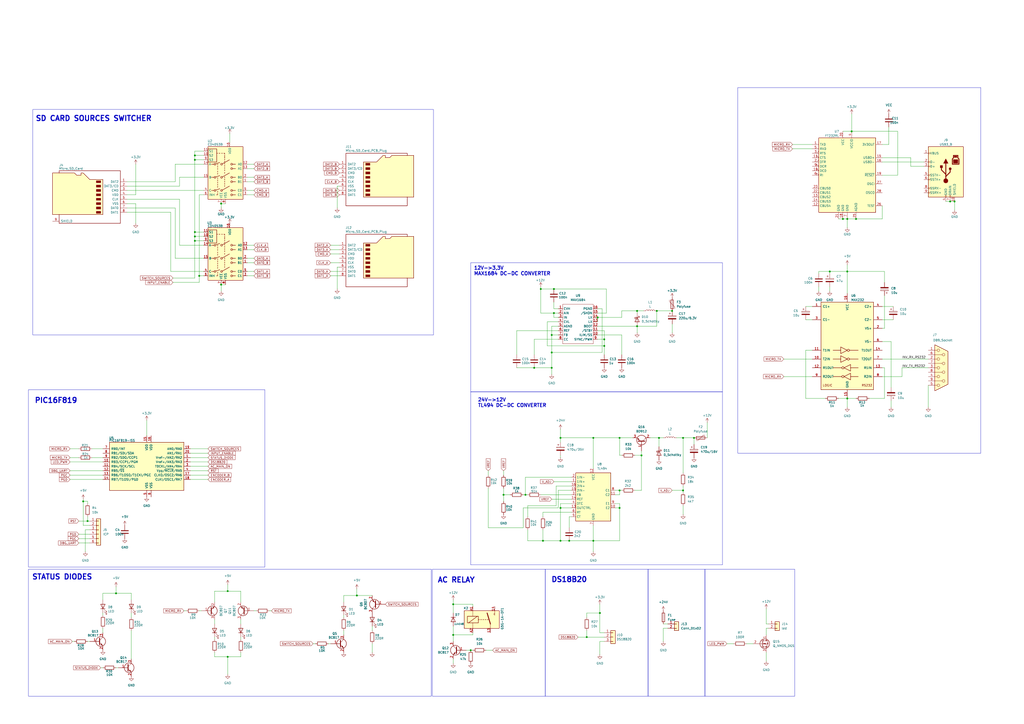
<source format=kicad_sch>
(kicad_sch (version 20231120) (generator "eeschema") (generator_version "8.0")
  (paper "A2")
  (junction (at 128.27 165.1))
  (junction (at 359.41 254))
  (junction (at 207.01 345.44))
  (junction (at 346.71 184.15))
  (junction (at 381 180.34))
  (junction (at 491.49 231.14))
  (junction (at 402.59 254))
  (junction (at 350.52 200.66))
  (junction (at 113.03 137.16))
  (junction (at 113.03 92.71))
  (junction (at 488.95 127))
  (junction (at 496.57 127))
  (junction (at 491.49 127))
  (junction (at 320.04 213.36))
  (junction (at 132.08 381))
  (junction (at 325.12 294.64))
  (junction (at 304.8 287.02))
  (junction (at 372.11 264.16))
  (junction (at 321.31 181.61))
  (junction (at 48.26 290.83))
  (junction (at 325.12 313.69))
  (junction (at 262.89 350.52))
  (junction (at 359.41 284.48))
  (junction (at 115.57 160.02))
  (junction (at 262.89 368.3))
  (junction (at 344.17 313.69))
  (junction (at 292.1 287.02))
  (junction (at 344.17 254))
  (junction (at 325.12 254))
  (junction (at 347.98 355.6))
  (junction (at 340.36 369.57))
  (junction (at 320.04 204.47))
  (junction (at 491.49 157.48))
  (junction (at 551.18 116.84))
  (junction (at 113.03 90.17))
  (junction (at 309.88 213.36))
  (junction (at 494.03 76.2))
  (junction (at 369.57 180.34))
  (junction (at 369.57 189.23))
  (junction (at 481.33 157.48))
  (junction (at 396.24 284.48))
  (junction (at 320.04 194.31))
  (junction (at 113.03 134.62))
  (junction (at 314.96 313.69))
  (junction (at 132.08 342.9))
  (junction (at 553.72 116.84))
  (junction (at 128.27 118.11))
  (junction (at 67.31 344.17))
  (junction (at 350.52 196.85))
  (junction (at 313.69 167.64))
  (junction (at 330.2 313.69))
  (junction (at 113.03 139.7))
  (junction (at 396.24 254))
  (junction (at 359.41 294.64))
  (junction (at 50.8 302.26))
  (junction (at 321.31 167.64))
  (junction (at 382.27 254))
  (junction (at 389.89 180.34))
  (junction (at 273.05 377.19))
  (wire (pts (xy 52.07 307.34) (xy 49.53 307.34)))
  (wire (pts (xy 323.85 294.64) (xy 303.53 294.64)))
  (wire (pts (xy 320.04 189.23) (xy 320.04 194.31)))
  (wire (pts (xy 106.68 354.33) (xy 107.95 354.33)))
  (wire (pts (xy 344.17 254) (xy 325.12 254)))
  (wire (pts (xy 139.7 378.46) (xy 139.7 381)))
  (wire (pts (xy 356.87 284.48) (xy 359.41 284.48)))
  (wire (pts (xy 113.03 92.71) (xy 113.03 134.62)))
  (wire (pts (xy 359.41 294.64) (xy 359.41 313.69)))
  (wire (pts (xy 207.01 345.44) (xy 215.9 345.44)))
  (wire (pts (xy 481.33 157.48) (xy 474.98 157.48)))
  (wire (pts (xy 306.07 313.69) (xy 314.96 313.69)))
  (wire (pts (xy 474.98 166.37) (xy 474.98 168.91)))
  (wire (pts (xy 396.24 254) (xy 392.43 254)))
  (wire (pts (xy 191.77 157.48) (xy 196.85 157.48)))
  (wire (pts (xy 191.77 160.02) (xy 196.85 160.02)))
  (wire (pts (xy 139.7 342.9) (xy 139.7 349.25)))
  (wire (pts (xy 351.79 167.64) (xy 321.31 167.64)))
  (wire (pts (xy 347.98 372.11) (xy 350.52 372.11)))
  (wire (pts (xy 481.33 157.48) (xy 481.33 158.75)))
  (wire (pts (xy 100.33 161.29) (xy 113.03 161.29)))
  (wire (pts (xy 45.72 302.26) (xy 50.8 302.26)))
  (wire (pts (xy 113.03 161.29) (xy 113.03 139.7)))
  (wire (pts (xy 124.46 342.9) (xy 132.08 342.9)))
  (wire (pts (xy 368.3 264.16) (xy 372.11 264.16)))
  (wire (pts (xy 283.21 273.05) (xy 283.21 275.59)))
  (wire (pts (xy 520.7 76.2) (xy 494.03 76.2)))
  (wire (pts (xy 344.17 313.69) (xy 359.41 313.69)))
  (wire (pts (xy 513.08 157.48) (xy 513.08 163.83)))
  (wire (pts (xy 113.03 134.62) (xy 118.11 134.62)))
  (wire (pts (xy 317.5 186.69) (xy 317.5 200.66)))
  (wire (pts (xy 467.36 203.2) (xy 467.36 231.14)))
  (wire (pts (xy 347.98 379.73) (xy 347.98 372.11)))
  (wire (pts (xy 516.89 198.12) (xy 511.81 198.12)))
  (wire (pts (xy 132.08 339.09) (xy 132.08 342.9)))
  (wire (pts (xy 191.77 152.4) (xy 196.85 152.4)))
  (wire (pts (xy 292.1 287.02) (xy 292.1 283.21)))
  (wire (pts (xy 511.81 127) (xy 511.81 119.38)))
  (wire (pts (xy 359.41 287.02) (xy 359.41 284.48)))
  (wire (pts (xy 45.72 309.88) (xy 52.07 309.88)))
  (wire (pts (xy 369.57 189.23) (xy 381 189.23)))
  (wire (pts (xy 124.46 381) (xy 124.46 378.46)))
  (wire (pts (xy 511.81 101.6) (xy 520.7 101.6)))
  (wire (pts (xy 143.51 144.78) (xy 147.32 144.78)))
  (wire (pts (xy 320.04 204.47) (xy 349.25 204.47)))
  (wire (pts (xy 346.71 179.07) (xy 349.25 179.07)))
  (wire (pts (xy 396.24 254) (xy 396.24 274.32)))
  (wire (pts (xy 262.89 347.98) (xy 262.89 350.52)))
  (wire (pts (xy 306.07 293.37) (xy 322.58 293.37)))
  (wire (pts (xy 331.47 297.18) (xy 314.96 297.18)))
  (wire (pts (xy 346.71 196.85) (xy 350.52 196.85)))
  (wire (pts (xy 381 180.34) (xy 389.89 180.34)))
  (wire (pts (xy 283.21 306.07) (xy 283.21 283.21)))
  (wire (pts (xy 331.47 276.86) (xy 304.8 276.86)))
  (wire (pts (xy 73.66 118.11) (xy 78.74 118.11)))
  (wire (pts (xy 511.81 208.28) (xy 538.48 208.28)))
  (wire (pts (xy 147.32 102.87) (xy 143.51 102.87)))
  (wire (pts (xy 199.39 356.87) (xy 199.39 358.14)))
  (wire (pts (xy 58.42 387.35) (xy 59.69 387.35)))
  (wire (pts (xy 299.72 191.77) (xy 299.72 205.74)))
  (wire (pts (xy 467.36 231.14) (xy 478.79 231.14)))
  (wire (pts (xy 147.32 157.48) (xy 143.51 157.48)))
  (wire (pts (xy 323.85 196.85) (xy 309.88 196.85)))
  (wire (pts (xy 325.12 254) (xy 325.12 256.54)))
  (wire (pts (xy 306.07 313.69) (xy 306.07 307.34)))
  (wire (pts (xy 48.26 289.56) (xy 48.26 290.83)))
  (wire (pts (xy 147.32 149.86) (xy 143.51 149.86)))
  (wire (pts (xy 147.32 95.25) (xy 143.51 95.25)))
  (wire (pts (xy 101.6 95.25) (xy 118.11 95.25)))
  (wire (pts (xy 347.98 355.6) (xy 347.98 350.52)))
  (wire (pts (xy 48.26 290.83) (xy 50.8 290.83)))
  (wire (pts (xy 320.04 289.56) (xy 331.47 289.56)))
  (wire (pts (xy 262.89 368.3) (xy 262.89 372.11)))
  (wire (pts (xy 346.71 184.15) (xy 360.68 184.15)))
  (wire (pts (xy 309.88 213.36) (xy 320.04 213.36)))
  (wire (pts (xy 73.66 115.57) (xy 104.14 115.57)))
  (wire (pts (xy 139.7 369.57) (xy 139.7 370.84)))
  (wire (pts (xy 323.85 179.07) (xy 321.31 179.07)))
  (wire (pts (xy 76.2 355.6) (xy 76.2 358.14)))
  (wire (pts (xy 491.49 157.48) (xy 491.49 170.18)))
  (wire (pts (xy 350.52 191.77) (xy 346.71 191.77)))
  (wire (pts (xy 535.94 96.52) (xy 528.32 96.52)))
  (wire (pts (xy 330.2 313.69) (xy 344.17 313.69)))
  (wire (pts (xy 474.98 157.48) (xy 474.98 158.75)))
  (wire (pts (xy 115.57 163.83) (xy 115.57 160.02)))
  (wire (pts (xy 381 189.23) (xy 381 180.34)))
  (wire (pts (xy 340.36 365.76) (xy 340.36 369.57)))
  (wire (pts (xy 350.52 196.85) (xy 350.52 191.77)))
  (wire (pts (xy 120.65 278.13) (xy 110.49 278.13)))
  (wire (pts (xy 124.46 369.57) (xy 124.46 370.84)))
  (wire (pts (xy 402.59 257.81) (xy 402.59 254)))
  (wire (pts (xy 147.32 110.49) (xy 143.51 110.49)))
  (wire (pts (xy 350.52 367.03) (xy 347.98 367.03)))
  (wire (pts (xy 467.36 177.8) (xy 471.17 177.8)))
  (wire (pts (xy 325.12 294.64) (xy 325.12 313.69)))
  (wire (pts (xy 295.91 287.02) (xy 292.1 287.02)))
  (wire (pts (xy 132.08 342.9) (xy 139.7 342.9)))
  (wire (pts (xy 513.08 213.36) (xy 513.08 231.14)))
  (wire (pts (xy 444.5 364.49) (xy 444.5 368.3)))
  (wire (pts (xy 101.6 149.86) (xy 118.11 149.86)))
  (wire (pts (xy 110.49 260.35) (xy 120.65 260.35)))
  (wire (pts (xy 128.27 165.1) (xy 128.27 168.91)))
  (wire (pts (xy 347.98 355.6) (xy 340.36 355.6)))
  (wire (pts (xy 325.12 313.69) (xy 330.2 313.69)))
  (wire (pts (xy 382.27 254) (xy 382.27 259.08)))
  (wire (pts (xy 132.08 381) (xy 132.08 391.16)))
  (wire (pts (xy 139.7 359.41) (xy 139.7 361.95)))
  (wire (pts (xy 511.81 185.42) (xy 518.16 185.42)))
  (wire (pts (xy 322.58 293.37) (xy 322.58 281.94)))
  (wire (pts (xy 304.8 276.86) (xy 304.8 287.02)))
  (wire (pts (xy 133.35 77.47) (xy 133.35 82.55)))
  (wire (pts (xy 104.14 102.87) (xy 118.11 102.87)))
  (wire (pts (xy 553.72 116.84) (xy 553.72 121.92)))
  (wire (pts (xy 190.5 373.38) (xy 191.77 373.38)))
  (wire (pts (xy 344.17 254) (xy 344.17 271.78)))
  (wire (pts (xy 551.18 116.84) (xy 548.64 116.84)))
  (wire (pts (xy 377.19 254) (xy 382.27 254)))
  (wire (pts (xy 360.68 264.16) (xy 359.41 264.16)))
  (wire (pts (xy 350.52 200.66) (xy 350.52 205.74)))
  (wire (pts (xy 535.94 93.98) (xy 511.81 93.98)))
  (wire (pts (xy 101.6 120.65) (xy 101.6 149.86)))
  (wire (pts (xy 516.89 224.79) (xy 516.89 198.12)))
  (wire (pts (xy 67.31 387.35) (xy 68.58 387.35)))
  (wire (pts (xy 356.87 294.64) (xy 359.41 294.64)))
  (wire (pts (xy 356.87 292.1) (xy 359.41 292.1)))
  (wire (pts (xy 459.74 86.36) (xy 471.17 86.36)))
  (wire (pts (xy 356.87 287.02) (xy 359.41 287.02)))
  (wire (pts (xy 323.85 184.15) (xy 321.31 184.15)))
  (wire (pts (xy 321.31 181.61) (xy 313.69 181.61)))
  (wire (pts (xy 314.96 313.69) (xy 325.12 313.69)))
  (wire (pts (xy 491.49 157.48) (xy 513.08 157.48)))
  (wire (pts (xy 340.36 355.6) (xy 340.36 358.14)))
  (wire (pts (xy 445.77 364.49) (xy 444.5 364.49)))
  (wire (pts (xy 384.81 372.11) (xy 384.81 364.49)))
  (wire (pts (xy 344.17 313.69) (xy 344.17 304.8)))
  (wire (pts (xy 369.57 189.23) (xy 369.57 193.04)))
  (wire (pts (xy 128.27 118.11) (xy 128.27 120.65)))
  (wire (pts (xy 360.68 184.15) (xy 360.68 180.34)))
  (wire (pts (xy 196.85 154.94) (xy 195.58 154.94)))
  (wire (pts (xy 120.65 275.59) (xy 110.49 275.59)))
  (wire (pts (xy 496.57 127) (xy 491.49 127)))
  (wire (pts (xy 139.7 381) (xy 132.08 381)))
  (wire (pts (xy 350.52 200.66) (xy 350.52 196.85)))
  (wire (pts (xy 369.57 180.34) (xy 369.57 181.61)))
  (wire (pts (xy 459.74 83.82) (xy 471.17 83.82)))
  (wire (pts (xy 49.53 307.34) (xy 49.53 320.04)))
  (wire (pts (xy 433.07 373.38) (xy 436.88 373.38)))
  (wire (pts (xy 528.32 96.52) (xy 528.32 91.44)))
  (wire (pts (xy 314.96 307.34) (xy 314.96 313.69)))
  (wire (pts (xy 274.32 368.3) (xy 262.89 368.3)))
  (wire (pts (xy 207.01 341.63) (xy 207.01 345.44)))
  (wire (pts (xy 444.5 361.95) (xy 444.5 353.06)))
  (wire (pts (xy 369.57 180.34) (xy 373.38 180.34)))
  (wire (pts (xy 359.41 294.64) (xy 359.41 292.1)))
  (wire (pts (xy 504.19 231.14) (xy 513.08 231.14)))
  (wire (pts (xy 199.39 345.44) (xy 207.01 345.44)))
  (wire (pts (xy 389.89 187.96) (xy 389.89 193.04)))
  (wire (pts (xy 73.66 110.49) (xy 118.11 110.49)))
  (wire (pts (xy 115.57 354.33) (xy 116.84 354.33)))
  (wire (pts (xy 330.2 299.72) (xy 330.2 306.07)))
  (wire (pts (xy 59.69 355.6) (xy 59.69 356.87)))
  (wire (pts (xy 351.79 181.61) (xy 351.79 167.64)))
  (wire (pts (xy 349.25 179.07) (xy 349.25 204.47)))
  (wire (pts (xy 511.81 213.36) (xy 513.08 213.36)))
  (wire (pts (xy 113.03 139.7) (xy 118.11 139.7)))
  (wire (pts (xy 323.85 191.77) (xy 299.72 191.77)))
  (wire (pts (xy 195.58 107.95) (xy 195.58 120.65)))
  (wire (pts (xy 99.06 123.19) (xy 99.06 157.48)))
  (wire (pts (xy 110.49 265.43) (xy 120.65 265.43)))
  (wire (pts (xy 320.04 194.31) (xy 320.04 204.47)))
  (wire (pts (xy 313.69 287.02) (xy 331.47 287.02)))
  (wire (pts (xy 528.32 91.44) (xy 511.81 91.44)))
  (wire (pts (xy 323.85 181.61) (xy 321.31 181.61)))
  (wire (pts (xy 359.41 254) (xy 344.17 254)))
  (wire (pts (xy 128.27 118.11) (xy 130.81 118.11)))
  (wire (pts (xy 346.71 189.23) (xy 369.57 189.23)))
  (wire (pts (xy 402.59 254) (xy 396.24 254)))
  (wire (pts (xy 292.1 273.05) (xy 292.1 275.59)))
  (wire (pts (xy 99.06 157.48) (xy 118.11 157.48)))
  (wire (pts (xy 147.32 160.02) (xy 143.51 160.02)))
  (wire (pts (xy 110.49 267.97) (xy 120.65 267.97)))
  (wire (pts (xy 274.32 377.19) (xy 273.05 377.19)))
  (wire (pts (xy 396.24 298.45) (xy 396.24 293.37)))
  (wire (pts (xy 491.49 231.14) (xy 496.57 231.14)))
  (wire (pts (xy 325.12 254) (xy 325.12 248.92)))
  (wire (pts (xy 486.41 231.14) (xy 491.49 231.14)))
  (wire (pts (xy 113.03 134.62) (xy 113.03 137.16)))
  (wire (pts (xy 285.75 377.19) (xy 281.94 377.19)))
  (wire (pts (xy 511.81 177.8) (xy 518.16 177.8)))
  (wire (pts (xy 538.48 213.36) (xy 523.24 213.36)))
  (wire (pts (xy 471.17 203.2) (xy 467.36 203.2)))
  (wire (pts (xy 321.31 179.07) (xy 321.31 175.26)))
  (wire (pts (xy 516.89 236.22) (xy 516.89 232.41)))
  (wire (pts (xy 320.04 213.36) (xy 320.04 217.17)))
  (wire (pts (xy 50.8 372.11) (xy 52.07 372.11)))
  (wire (pts (xy 101.6 105.41) (xy 101.6 95.25)))
  (wire (pts (xy 113.03 137.16) (xy 113.03 139.7)))
  (wire (pts (xy 115.57 113.03) (xy 118.11 113.03)))
  (wire (pts (xy 50.8 299.72) (xy 50.8 302.26)))
  (wire (pts (xy 67.31 344.17) (xy 76.2 344.17)))
  (wire (pts (xy 118.11 87.63) (xy 113.03 87.63)))
  (wire (pts (xy 359.41 254) (xy 367.03 254)))
  (wire (pts (xy 73.66 107.95) (xy 104.14 107.95)))
  (wire (pts (xy 53.34 260.35) (xy 59.69 260.35)))
  (wire (pts (xy 100.33 163.83) (xy 115.57 163.83)))
  (wire (pts (xy 421.64 373.38) (xy 425.45 373.38)))
  (wire (pts (xy 76.2 344.17) (xy 76.2 347.98)))
  (wire (pts (xy 471.17 208.28) (xy 454.66 208.28)))
  (wire (pts (xy 313.69 181.61) (xy 313.69 167.64)))
  (wire (pts (xy 523.24 213.36) (xy 523.24 218.44)))
  (wire (pts (xy 488.95 127) (xy 486.41 127)))
  (wire (pts (xy 147.32 97.79) (xy 143.51 97.79)))
  (wire (pts (xy 73.66 105.41) (xy 101.6 105.41)))
  (wire (pts (xy 314.96 297.18) (xy 314.96 299.72)))
  (wire (pts (xy 40.64 265.43) (xy 45.72 265.43)))
  (wire (pts (xy 191.77 142.24) (xy 196.85 142.24)))
  (wire (pts (xy 40.64 273.05) (xy 59.69 273.05)))
  (wire (pts (xy 67.31 340.36) (xy 67.31 344.17)))
  (wire (pts (xy 496.57 127) (xy 511.81 127)))
  (wire (pts (xy 389.89 284.48) (xy 396.24 284.48)))
  (wire (pts (xy 347.98 367.03) (xy 347.98 355.6)))
  (wire (pts (xy 344.17 320.04) (xy 344.17 313.69)))
  (wire (pts (xy 372.11 264.16) (xy 372.11 261.62)))
  (wire (pts (xy 491.49 127) (xy 491.49 132.08)))
  (wire (pts (xy 323.85 189.23) (xy 320.04 189.23)))
  (wire (pts (xy 491.49 236.22) (xy 491.49 231.14)))
  (wire (pts (xy 323.85 284.48) (xy 323.85 294.64)))
  (wire (pts (xy 396.24 284.48) (xy 396.24 285.75)))
  (wire (pts (xy 113.03 87.63) (xy 113.03 90.17)))
  (wire (pts (xy 76.2 365.76) (xy 76.2 382.27)))
  (wire (pts (xy 262.89 368.3) (xy 262.89 363.22)))
  (wire (pts (xy 481.33 166.37) (xy 481.33 168.91)))
  (wire (pts (xy 491.49 157.48) (xy 481.33 157.48)))
  (wire (pts (xy 303.53 306.07) (xy 283.21 306.07)))
  (wire (pts (xy 115.57 113.03) (xy 115.57 160.02)))
  (wire (pts (xy 346.71 194.31) (xy 360.68 194.31)))
  (wire (pts (xy 110.49 270.51) (xy 120.65 270.51)))
  (wire (pts (xy 445.77 361.95) (xy 444.5 361.95)))
  (wire (pts (xy 73.66 120.65) (xy 101.6 120.65)))
  (wire (pts (xy 303.53 287.02) (xy 304.8 287.02)))
  (wire (pts (xy 104.14 115.57) (xy 104.14 142.24)))
  (wire (pts (xy 262.89 384.81) (xy 262.89 382.27)))
  (wire (pts (xy 331.47 292.1) (xy 325.12 292.1)))
  (wire (pts (xy 73.66 123.19) (xy 99.06 123.19)))
  (wire (pts (xy 317.5 200.66) (xy 350.52 200.66)))
  (wire (pts (xy 40.64 275.59) (xy 59.69 275.59)))
  (wire (pts (xy 313.69 167.64) (xy 313.69 166.37)))
  (wire (pts (xy 513.08 171.45) (xy 513.08 190.5)))
  (wire (pts (xy 325.12 292.1) (xy 325.12 294.64)))
  (wire (pts (xy 132.08 381) (xy 124.46 381)))
  (wire (pts (xy 120.65 273.05) (xy 110.49 273.05)))
  (wire (pts (xy 331.47 284.48) (xy 323.85 284.48)))
  (wire (pts (xy 147.32 354.33) (xy 148.59 354.33)))
  (wire (pts (xy 191.77 144.78) (xy 196.85 144.78)))
  (wire (pts (xy 124.46 342.9) (xy 124.46 349.25)))
  (wire (pts (xy 199.39 345.44) (xy 199.39 349.25)))
  (wire (pts (xy 340.36 369.57) (xy 350.52 369.57)))
  (wire (pts (xy 273.05 377.19) (xy 270.51 377.19)))
  (wire (pts (xy 50.8 292.1) (xy 50.8 290.83)))
  (wire (pts (xy 368.3 284.48) (xy 372.11 284.48)))
  (wire (pts (xy 199.39 365.76) (xy 199.39 368.3)))
  (wire (pts (xy 53.34 265.43) (xy 59.69 265.43)))
  (wire (pts (xy 113.03 92.71) (xy 118.11 92.71)))
  (wire (pts (xy 320.04 194.31) (xy 323.85 194.31)))
  (wire (pts (xy 40.64 267.97) (xy 59.69 267.97)))
  (wire (pts (xy 50.8 302.26) (xy 52.07 302.26)))
  (wire (pts (xy 85.09 243.84) (xy 85.09 252.73)))
  (wire (pts (xy 346.71 181.61) (xy 351.79 181.61)))
  (wire (pts (xy 196.85 107.95) (xy 195.58 107.95)))
  (wire (pts (xy 309.88 196.85) (xy 309.88 205.74)))
  (wire (pts (xy 325.12 294.64) (xy 331.47 294.64)))
  (wire (pts (xy 323.85 186.69) (xy 317.5 186.69)))
  (wire (pts (xy 147.32 152.4) (xy 143.51 152.4)))
  (wire (pts (xy 382.27 254) (xy 384.81 254)))
  (wire (pts (xy 384.81 364.49) (xy 387.35 364.49)))
  (wire (pts (xy 195.58 154.94) (xy 195.58 167.64)))
  (wire (pts (xy 321.31 184.15) (xy 321.31 181.61)))
  (wire (pts (xy 491.49 127) (xy 488.95 127)))
  (wire (pts (xy 274.32 367.03) (xy 274.32 368.3)))
  (wire (pts (xy 45.72 312.42) (xy 52.07 312.42)))
  (wire (pts (xy 360.68 194.31) (xy 360.68 205.74)))
  (wire (pts (xy 396.24 281.94) (xy 396.24 284.48)))
  (wire (pts (xy 553.72 116.84) (xy 551.18 116.84)))
  (wire (pts (xy 104.14 107.95) (xy 104.14 102.87)))
  (wire (pts (xy 306.07 299.72) (xy 306.07 293.37)))
  (wire (pts (xy 511.81 83.82) (xy 515.62 83.82)))
  (wire (pts (xy 331.47 299.72) (xy 330.2 299.72)))
  (wire (pts (xy 299.72 213.36) (xy 309.88 213.36)))
  (wire (pts (xy 262.89 350.52) (xy 274.32 350.52)))
  (wire (pts (xy 73.66 113.03) (xy 78.74 113.03)))
  (wire (pts (xy 313.69 167.64) (xy 321.31 167.64)))
  (wire (pts (xy 372.11 284.48) (xy 372.11 264.16)))
  (wire (pts (xy 454.66 218.44) (xy 471.17 218.44)))
  (wire (pts (xy 325.12 265.43) (xy 325.12 264.16)))
  (wire (pts (xy 78.74 118.11) (xy 78.74 129.54)))
  (wire (pts (xy 215.9 363.22) (xy 215.9 365.76)))
  (wire (pts (xy 115.57 160.02) (xy 118.11 160.02)))
  (wire (pts (xy 104.14 142.24) (xy 118.11 142.24)))
  (wire (pts (xy 78.74 113.03) (xy 78.74 95.25)))
  (wire (pts (xy 113.03 90.17) (xy 118.11 90.17)))
  (wire (pts (xy 444.5 378.46) (xy 444.5 383.54)))
  (wire (pts (xy 147.32 105.41) (xy 143.51 105.41)))
  (wire (pts (xy 523.24 218.44) (xy 511.81 218.44)))
  (wire (pts (xy 513.08 190.5) (xy 511.81 190.5)))
  (wire (pts (xy 215.9 373.38) (xy 215.9 378.46)))
  (wire (pts (xy 40.64 278.13) (xy 59.69 278.13)))
  (wire (pts (xy 52.07 304.8) (xy 48.26 304.8)))
  (wire (pts (xy 45.72 314.96) (xy 52.07 314.96)))
  (wire (pts (xy 59.69 344.17) (xy 59.69 347.98)))
  (wire (pts (xy 494.03 76.2) (xy 488.95 76.2)))
  (wire (pts (xy 59.69 364.49) (xy 59.69 367.03)))
  (wire (pts (xy 322.58 281.94) (xy 331.47 281.94)))
  (wire (pts (xy 359.41 264.16) (xy 359.41 254)))
  (wire (pts (xy 147.32 142.24) (xy 143.51 142.24)))
  (wire (pts (xy 41.91 372.11) (xy 43.18 372.11)))
  (wire (pts (xy 467.36 185.42) (xy 471.17 185.42)))
  (wire (pts (xy 147.32 113.03) (xy 143.51 113.03)))
  (wire (pts (xy 191.77 147.32) (xy 196.85 147.32)))
  (wire (pts (xy 320.04 204.47) (xy 320.04 213.36)))
  (wire (pts (xy 262.89 355.6) (xy 262.89 350.52)))
  (wire (pts (xy 113.03 137.16) (xy 118.11 137.16)))
  (wire (pts (xy 128.27 165.1) (xy 130.81 165.1)))
  (wire (pts (xy 410.21 245.11) (xy 410.21 254)))
  (wire (pts (xy 124.46 361.95) (xy 124.46 359.41)))
  (wire (pts (xy 491.49 153.67) (xy 491.49 157.48)))
  (wire (pts (xy 360.68 180.34) (xy 369.57 180.34)))
  (wire (pts (xy 321.31 279.4) (xy 331.47 279.4)))
  (wire (pts (xy 306.07 287.02) (xy 304.8 287.02)))
  (wire (pts (xy 515.62 83.82) (xy 515.62 73.66)))
  (wire (pts (xy 303.53 294.64) (xy 303.53 306.07)))
  (wire (pts (xy 387.35 361.95) (xy 384.81 361.95)))
  (wire (pts (xy 113.03 90.17) (xy 113.03 92.71)))
  (wire (pts (xy 346.71 184.15) (xy 346.71 186.69)))
  (wire (pts (xy 538.48 236.22) (xy 538.48 223.52)))
  (wire (pts (xy 59.69 344.17) (xy 67.31 344.17)))
  (wire (pts (xy 48.26 290.83) (xy 48.26 304.8)))
  (wire (pts (xy 359.41 284.48) (xy 360.68 284.48)))
  (wire (pts (xy 494.03 66.04) (xy 494.03 76.2)))
  (wire (pts (xy 120.65 262.89) (xy 110.49 262.89)))
  (wire (pts (xy 520.7 101.6) (xy 520.7 76.2)))
  (wire (pts (xy 292.1 287.02) (xy 292.1 290.83)))
  (wire (pts (xy 274.32 350.52) (xy 274.32 351.79)))
  (wire (pts (xy 335.28 369.57) (xy 340.36 369.57)))
  (wire (pts (xy 40.64 260.35) (xy 45.72 260.35)))
  (wire (pts (xy 157.48 354.33) (xy 156.21 354.33)))
  (wire (pts (xy 181.61 373.38) (xy 182.88 373.38)))
  (rectangle (start 316.23 330.2) (end 375.92 403.86))
  (rectangle (start 273.05 152.4) (end 419.1 227.33))
  (rectangle (start 16.51 226.06) (end 153.67 328.93))
  (rectangle (start 408.94 330.2) (end 461.01 403.86))
  (rectangle (start 375.92 330.2) (end 408.94 403.86))
  (rectangle (start 273.05 227.33) (end 419.1 327.66))
  (rectangle (start 19.05 63.5) (end 251.46 194.31))
  (rectangle (start 16.51 330.2) (end 250.19 403.86))
  (rectangle (start 427.99 50.8) (end 568.96 262.89))
  (rectangle (start 250.825 330.2) (end 316.23 403.86))
  (text "PIC16F819" (at 32.512 232.41 0) (effects (font (size 3 3) (thickness 0.6) (bold yes))))
  (text "DS18B20" (at 330.2 336.296 0) (effects (font (size 3 3) (thickness 0.6) (bold yes))))
  (text "12V->3,3V\nMAX1684 DC-DC CONVERTER" (at 274.828 157.226 0) (effects (font (size 2 2) (thickness 0.4) (bold yes)) (justify left)))
  (text "STATUS DIODES" (at 36.068 334.772 0) (effects (font (size 3 3) (thickness 0.6) (bold yes))))
  (text "AC RELAY" (at 264.668 336.55 0) (effects (font (size 3 3) (thickness 0.6) (bold yes))))
  (text "24V->12V\nTL494 DC-DC CONVERTER" (at 277.114 233.68 0) (effects (font (size 2 2) (thickness 0.4) (bold yes)) (justify left)))
  (text "SD CARD SOURCES SWITCHER" (at 54.356 68.834 0) (effects (font (size 3 3) (bold yes))))
  (label "INV_TX_RS232" (at 523.24 213.36 0))
  (label "INV_RX_RS232" (at 523.24 208.28 0))
  (global_label "DAT1_A" (shape input) (at 147.32 157.48 0) (property "Intersheetrefs" "${INTERSHEET_REFS}" (effects (hide yes))))
  (global_label "INPUT_ENABLE" (shape input) (at 120.65 262.89 0) (property "Intersheetrefs" "${INTERSHEET_REFS}" (effects (hide yes))))
  (global_label "AC_MAIN_ON" (shape input) (at 285.75 377.19 0) (property "Intersheetrefs" "${INTERSHEET_REFS}" (effects (hide yes))))
  (global_label "INPUT_ENABLE" (shape input) (at 100.33 163.83 180) (property "Intersheetrefs" "${INTERSHEET_REFS}" (effects (hide yes))))
  (global_label "DAT3_B" (shape input) (at 196.85 97.79 180) (property "Intersheetrefs" "${INTERSHEET_REFS}" (effects (hide yes))))
  (global_label "DS18B20" (shape input) (at 335.28 369.57 180) (property "Intersheetrefs" "${INTERSHEET_REFS}" (effects (hide yes))))
  (global_label "PGC" (shape input) (at 45.72 312.42 180) (property "Intersheetrefs" "${INTERSHEET_REFS}" (effects (hide yes))))
  (global_label "LED_PWM" (shape input) (at 40.64 267.97 180) (property "Intersheetrefs" "${INTERSHEET_REFS}" (effects (hide yes))))
  (global_label "RST" (shape input) (at 45.72 302.26 180) (property "Intersheetrefs" "${INTERSHEET_REFS}" (effects (hide yes))))
  (global_label "DBG_UART" (shape input) (at 40.64 273.05 180) (property "Intersheetrefs" "${INTERSHEET_REFS}" (effects (hide yes))))
  (global_label "DAT2_A" (shape input) (at 191.77 142.24 180) (property "Intersheetrefs" "${INTERSHEET_REFS}" (effects (hide yes))))
  (global_label "DAT2_B" (shape input) (at 147.32 97.79 0) (property "Intersheetrefs" "${INTERSHEET_REFS}" (effects (hide yes))))
  (global_label "DAT2_B" (shape input) (at 196.85 95.25 180) (property "Intersheetrefs" "${INTERSHEET_REFS}" (effects (hide yes))))
  (global_label "PGD" (shape input) (at 45.72 309.88 180) (property "Intersheetrefs" "${INTERSHEET_REFS}" (effects (hide yes))))
  (global_label "CLK_A" (shape input) (at 191.77 152.4 180) (property "Intersheetrefs" "${INTERSHEET_REFS}" (effects (hide yes))))
  (global_label "VREF" (shape input) (at 283.21 273.05 90) (property "Intersheetrefs" "${INTERSHEET_REFS}" (effects (hide yes))))
  (global_label "MICRO_RX" (shape input) (at 40.64 260.35 180) (property "Intersheetrefs" "${INTERSHEET_REFS}" (effects (hide yes))))
  (global_label "VREF" (shape input) (at 320.04 289.56 180) (property "Intersheetrefs" "${INTERSHEET_REFS}" (effects (hide yes))))
  (global_label "DAT2_A" (shape input) (at 147.32 95.25 0) (property "Intersheetrefs" "${INTERSHEET_REFS}" (effects (hide yes))))
  (global_label "STATUS_DIODE" (shape input) (at 58.42 387.35 180) (property "Intersheetrefs" "${INTERSHEET_REFS}" (effects (hide yes))))
  (global_label "LED_PWM" (shape input) (at 421.64 373.38 180) (property "Intersheetrefs" "${INTERSHEET_REFS}" (effects (hide yes))))
  (global_label "DAT1_B" (shape input) (at 147.32 160.02 0) (property "Intersheetrefs" "${INTERSHEET_REFS}" (effects (hide yes))))
  (global_label "AC_MAIN_ON" (shape input) (at 41.91 372.11 180) (property "Intersheetrefs" "${INTERSHEET_REFS}" (effects (hide yes))))
  (global_label "CLK_B" (shape input) (at 147.32 144.78 0) (property "Intersheetrefs" "${INTERSHEET_REFS}" (effects (hide yes))))
  (global_label "ENCODER_A" (shape input) (at 120.65 278.13 0) (property "Intersheetrefs" "${INTERSHEET_REFS}" (effects (hide yes))))
  (global_label "DAT1_B" (shape input) (at 196.85 113.03 180) (property "Intersheetrefs" "${INTERSHEET_REFS}" (effects (hide yes))))
  (global_label "ENCODER_B" (shape input) (at 120.65 275.59 0) (property "Intersheetrefs" "${INTERSHEET_REFS}" (effects (hide yes))))
  (global_label "CMD_B" (shape input) (at 147.32 113.03 0) (property "Intersheetrefs" "${INTERSHEET_REFS}" (effects (hide yes))))
  (global_label "MICRO_TX" (shape input) (at 454.66 208.28 180) (property "Intersheetrefs" "${INTERSHEET_REFS}" (effects (hide yes))))
  (global_label "DAT0_B" (shape input) (at 196.85 110.49 180) (property "Intersheetrefs" "${INTERSHEET_REFS}" (effects (hide yes))))
  (global_label "DS18B20" (shape input) (at 120.65 267.97 0) (property "Intersheetrefs" "${INTERSHEET_REFS}" (effects (hide yes))))
  (global_label "SWITCH_SOURCES" (shape input) (at 120.65 260.35 0) (property "Intersheetrefs" "${INTERSHEET_REFS}" (effects (hide yes))))
  (global_label "SWITCH_SOURCES" (shape input) (at 181.61 373.38 180) (property "Intersheetrefs" "${INTERSHEET_REFS}" (effects (hide yes))))
  (global_label "DAT0_A" (shape input) (at 191.77 157.48 180) (property "Intersheetrefs" "${INTERSHEET_REFS}" (effects (hide yes))))
  (global_label "SWITCH_SOURCES" (shape input) (at 100.33 161.29 180) (property "Intersheetrefs" "${INTERSHEET_REFS}" (effects (hide yes))))
  (global_label "V_ADJ" (shape input) (at 321.31 279.4 180) (property "Intersheetrefs" "${INTERSHEET_REFS}" (effects (hide yes))))
  (global_label "CMD_A" (shape input) (at 147.32 110.49 0) (property "Intersheetrefs" "${INTERSHEET_REFS}" (effects (hide yes))))
  (global_label "MICRO_RX" (shape input) (at 459.74 83.82 180) (property "Intersheetrefs" "${INTERSHEET_REFS}" (effects (hide yes))))
  (global_label "STATUS_DIODE" (shape input) (at 120.65 265.43 0) (property "Intersheetrefs" "${INTERSHEET_REFS}" (effects (hide yes))))
  (global_label "CMD_B" (shape input) (at 196.85 100.33 180) (property "Intersheetrefs" "${INTERSHEET_REFS}" (effects (hide yes))))
  (global_label "CLK_A" (shape input) (at 147.32 142.24 0) (property "Intersheetrefs" "${INTERSHEET_REFS}" (effects (hide yes))))
  (global_label "PGC" (shape input) (at 40.64 275.59 180) (property "Intersheetrefs" "${INTERSHEET_REFS}" (effects (hide yes))))
  (global_label "MICRO_TX" (shape input) (at 40.64 265.43 180) (property "Intersheetrefs" "${INTERSHEET_REFS}" (effects (hide yes))))
  (global_label "MICRO_RX" (shape input) (at 106.68 354.33 180) (property "Intersheetrefs" "${INTERSHEET_REFS}" (effects (hide yes))))
  (global_label "MICRO_RX" (shape input) (at 454.66 218.44 180) (property "Intersheetrefs" "${INTERSHEET_REFS}" (effects (hide yes))))
  (global_label "DAT3_A" (shape input) (at 147.32 102.87 0) (property "Intersheetrefs" "${INTERSHEET_REFS}" (effects (hide yes))))
  (global_label "MICRO_TX" (shape input) (at 459.74 86.36 180) (property "Intersheetrefs" "${INTERSHEET_REFS}" (effects (hide yes))))
  (global_label "VREF" (shape input) (at 292.1 273.05 90) (property "Intersheetrefs" "${INTERSHEET_REFS}" (effects (hide yes))))
  (global_label "V_ADJ" (shape input) (at 389.89 284.48 180) (property "Intersheetrefs" "${INTERSHEET_REFS}" (effects (hide yes))))
  (global_label "DAT3_B" (shape input) (at 147.32 105.41 0) (property "Intersheetrefs" "${INTERSHEET_REFS}" (effects (hide yes))))
  (global_label "DAT3_A" (shape input) (at 191.77 144.78 180) (property "Intersheetrefs" "${INTERSHEET_REFS}" (effects (hide yes))))
  (global_label "MICRO_TX" (shape input) (at 157.48 354.33 0) (property "Intersheetrefs" "${INTERSHEET_REFS}" (effects (hide yes))))
  (global_label "CLK_B" (shape input) (at 196.85 105.41 180) (property "Intersheetrefs" "${INTERSHEET_REFS}" (effects (hide yes))))
  (global_label "DAT0_B" (shape input) (at 147.32 152.4 0) (property "Intersheetrefs" "${INTERSHEET_REFS}" (effects (hide yes))))
  (global_label "SWITCH_SOURCES" (shape input) (at 223.52 350.52 0) (property "Intersheetrefs" "${INTERSHEET_REFS}" (effects (hide yes))))
  (global_label "PGD" (shape input) (at 40.64 278.13 180) (property "Intersheetrefs" "${INTERSHEET_REFS}" (effects (hide yes))))
  (global_label "DBG_UART" (shape input) (at 45.72 314.96 180) (property "Intersheetrefs" "${INTERSHEET_REFS}" (effects (hide yes))))
  (global_label "AC_MAIN_ON" (shape input) (at 120.65 270.51 0) (property "Intersheetrefs" "${INTERSHEET_REFS}" (effects (hide yes))))
  (global_label "RST" (shape input) (at 120.65 273.05 0) (property "Intersheetrefs" "${INTERSHEET_REFS}" (effects (hide yes))))
  (global_label "DAT0_A" (shape input) (at 147.32 149.86 0) (property "Intersheetrefs" "${INTERSHEET_REFS}" (effects (hide yes))))
  (global_label "CMD_A" (shape input) (at 191.77 147.32 180) (property "Intersheetrefs" "${INTERSHEET_REFS}" (effects (hide yes))))
  (global_label "DAT1_A" (shape input) (at 191.77 160.02 180) (property "Intersheetrefs" "${INTERSHEET_REFS}" (effects (hide yes))))
  (symbol (lib_id "Device:R") (at 306.07 303.53 180) (unit 1)
    (property "Reference" "R41" (at 307.594 302.514 0) (effects (justify right)))
    (property "Value" "10k" (at 307.594 304.292 0) (effects (justify right)))
    (property "Footprint" "Resistor_SMD:R_0805_2012Metric_Pad1.20x1.40mm_HandSolder" (effects (hide yes)))
    (property "Description" "Resistor" (effects (hide yes)))
  )
  (symbol (lib_id "power:GND") (at 199.39 378.46 0) (unit 1)
    (property "Reference" "#PWR034" (effects (hide yes)))
    (property "Value" "GND" (effects (hide yes)))
    (property "Description" "Power symbol creates a global label with name \"GND\" , ground" (effects (hide yes)))
  )
  (symbol (lib_id "power:+5V") (at 207.01 341.63 0) (unit 1)
    (property "Reference" "#PWR035" (effects (hide yes)))
    (property "Value" "+5V" (at 207.01 336.55 0))
    (property "Description" "Power symbol creates a global label with name \"+5V\"" (effects (hide yes)))
  )
  (symbol (lib_id "Device:C_Polarized") (at 481.33 162.56 0) (unit 1)
    (property "Reference" "C7" (at 485.14 160.4009 0) (effects (justify left)))
    (property "Value" "47u" (at 485.14 162.9409 0) (effects (justify left)))
    (property "Footprint" "Capacitor_THT:CP_Radial_D5.0mm_P2.00mm" (effects (hide yes)))
    (property "Description" "Polarized capacitor" (effects (hide yes)))
  )
  (symbol (lib_id "power:GND") (at 382.27 266.7 0) (mirror y) (unit 1)
    (property "Reference" "#PWR074" (effects (hide yes)))
    (property "Value" "GND" (at 382.27 271.78 0))
    (property "Description" "Power symbol creates a global label with name \"GND\" , ground" (effects (hide yes)))
  )
  (symbol (lib_id "power:GND") (at 402.59 265.43 0) (mirror y) (unit 1)
    (property "Reference" "#PWR073" (effects (hide yes)))
    (property "Value" "GND" (at 402.59 270.51 0))
    (property "Description" "Power symbol creates a global label with name \"GND\" , ground" (effects (hide yes)))
  )
  (symbol (lib_id "Device:C_Polarized") (at 389.89 184.15 0) (unit 1)
    (property "Reference" "C17" (at 393.7 181.9909 0) (effects (justify left)))
    (property "Value" "220u/6,3V" (at 393.7 184.5309 0) (effects (justify left)))
    (property "Description" "Polarized capacitor" (effects (hide yes)))
  )
  (symbol (lib_id "Device:C_Polarized") (at 516.89 228.6 180) (unit 1)
    (property "Reference" "C9" (at 520.7 228.2189 0) (effects (justify right)))
    (property "Value" "10u" (at 520.7 230.7589 0) (effects (justify right)))
    (property "Footprint" "Capacitor_THT:CP_Radial_D5.0mm_P2.00mm" (effects (hide yes)))
    (property "Description" "Polarized capacitor" (effects (hide yes)))
  )
  (symbol (lib_id "Device:R") (at 299.72 287.02 90) (unit 1)
    (property "Reference" "R38" (at 299.466 283.21 90))
    (property "Value" "1k" (at 299.72 284.988 90))
    (property "Footprint" "Resistor_SMD:R_0805_2012Metric_Pad1.20x1.40mm_HandSolder" (effects (hide yes)))
    (property "Description" "Resistor" (effects (hide yes)))
  )
  (symbol (lib_id "Device:C") (at 474.98 162.56 180) (unit 1)
    (property "Reference" "C6" (at 471.424 161.544 0) (effects (justify left)))
    (property "Value" "100n" (at 471.424 163.83 0) (effects (justify left)))
    (property "Footprint" "Capacitor_SMD:C_0805_2012Metric" (effects (hide yes)))
    (property "Description" "Unpolarized capacitor" (effects (hide yes)))
  )
  (symbol (lib_id "power:GND") (at 516.89 236.22 0) (unit 1)
    (property "Reference" "#PWR043" (effects (hide yes)))
    (property "Value" "GND" (at 516.89 241.3 0))
    (property "Description" "Power symbol creates a global label with name \"GND\" , ground" (effects (hide yes)))
  )
  (symbol (lib_id "Device:R") (at 76.2 361.95 180) (unit 1)
    (property "Reference" "R31" (at 77.724 360.934 0) (effects (justify right)))
    (property "Value" "220R" (at 77.724 362.712 0) (effects (justify right)))
    (property "Footprint" "Resistor_SMD:R_0805_2012Metric_Pad1.20x1.40mm_HandSolder" (effects (hide yes)))
    (property "Description" "Resistor" (effects (hide yes)))
  )
  (symbol (lib_id "power:+24V") (at 384.81 354.33 0) (unit 1)
    (property "Reference" "#PWR060" (effects (hide yes)))
    (property "Value" "+24V" (at 384.81 349.25 0))
    (property "Description" "Power symbol creates a global label with name \"+24V\"" (effects (hide yes)))
  )
  (symbol (lib_id "Device:R") (at 215.9 369.57 180) (unit 1)
    (property "Reference" "R8" (at 217.424 368.554 0) (effects (justify right)))
    (property "Value" "220R" (at 217.424 370.332 0) (effects (justify right)))
    (property "Footprint" "Resistor_SMD:R_0805_2012Metric_Pad1.20x1.40mm_HandSolder" (effects (hide yes)))
    (property "Description" "Resistor" (effects (hide yes)))
  )
  (symbol (lib_id "power:GND") (at 195.58 120.65 0) (mirror y) (unit 1)
    (property "Reference" "#PWR057" (effects (hide yes)))
    (property "Value" "GND" (at 195.58 125.73 0))
    (property "Description" "Power symbol creates a global label with name \"GND\" , ground" (effects (hide yes)))
  )
  (symbol (lib_id "Device:R") (at 46.99 372.11 270) (unit 1)
    (property "Reference" "R28" (at 48.768 374.396 90) (effects (justify right)))
    (property "Value" "10K" (at 49.022 376.174 90) (effects (justify right)))
    (property "Footprint" "Resistor_SMD:R_0805_2012Metric_Pad1.20x1.40mm_HandSolder" (effects (hide yes)))
    (property "Description" "Resistor" (effects (hide yes)))
  )
  (symbol (lib_id "power:+5V") (at 491.49 153.67 0) (unit 1)
    (property "Reference" "#PWR041" (effects (hide yes)))
    (property "Value" "+5V" (at 491.49 148.59 0))
    (property "Description" "Power symbol creates a global label with name \"+5V\"" (effects (hide yes)))
  )
  (symbol (lib_id "Transistor_BJT:BC817") (at 196.85 373.38 0) (unit 1)
    (property "Reference" "Q5" (at 192.786 367.538 0) (effects (justify left)))
    (property "Value" "BC817" (at 190.5 369.824 0) (effects (justify left)))
    (property "Footprint" "Package_TO_SOT_SMD:SOT-23" (effects (hide yes)))
    (property "Datasheet" "http://www.fairchildsemi.com/ds/BC/BC817.pdf" (effects (hide yes)))
  )
  (symbol (lib_id "power:+3.3V") (at 85.09 243.84 0) (unit 1)
    (property "Reference" "#PWR06" (effects (hide yes)))
    (property "Value" "+3.3V" (at 85.09 239.7069 0))
    (property "Description" "Power symbol creates a global label with name \"+3.3V\"" (effects (hide yes)))
  )
  (symbol (lib_id "Device:C") (at 299.72 209.55 0) (unit 1)
    (property "Reference" "C15" (at 302.768 208.28 0) (effects (justify left)))
    (property "Value" "100n" (at 302.514 210.566 0) (effects (justify left)))
    (property "Footprint" "Capacitor_SMD:C_0805_2012Metric_Pad1.18x1.45mm_HandSolder" (effects (hide yes)))
    (property "Description" "Unpolarized capacitor" (effects (hide yes)))
  )
  (symbol (lib_id "Regulator_Controller:TL494") (at 344.17 289.56 0) (unit 1)
    (property "Reference" "U8" (at 346.3641 269.24 0) (effects (justify left)))
    (property "Value" "TL494" (at 346.3641 271.78 0) (effects (justify left)))
    (property "Datasheet" "http://www.ti.com/lit/ds/symlink/tl494.pdf" (effects (hide yes)))
    (property "Description" "Pulse-Width-Modulation Control Circuits, PDIP-16/SOIC-16/TSSOP-16" (effects (hide yes)))
  )
  (symbol (lib_id "power:+3.3V") (at 133.35 129.54 0) (unit 1)
    (property "Reference" "#PWR029" (effects (hide yes)))
    (property "Value" "+3.3V" (at 133.096 125.984 0))
    (property "Description" "Power symbol creates a global label with name \"+3.3V\"" (effects (hide yes)))
  )
  (symbol (lib_id "Device:R") (at 139.7 374.65 180) (unit 1)
    (property "Reference" "R22" (at 141.224 373.634 0) (effects (justify right)))
    (property "Value" "220R" (at 141.224 375.412 0) (effects (justify right)))
    (property "Footprint" "Resistor_SMD:R_0805_2012Metric_Pad1.20x1.40mm_HandSolder" (effects (hide yes)))
    (property "Description" "Resistor" (effects (hide yes)))
  )
  (symbol (lib_id "power:GND") (at 389.89 193.04 0) (unit 1)
    (property "Reference" "#PWR068" (effects (hide yes)))
    (property "Value" "GND" (at 389.89 198.12 0))
    (property "Description" "Power symbol creates a global label with name \"GND\" , ground" (effects (hide yes)))
  )
  (symbol (lib_id "Device:R") (at 63.5 387.35 270) (unit 1)
    (property "Reference" "R30" (at 65.278 389.382 90) (effects (justify right)))
    (property "Value" "10K" (at 65.532 391.414 90) (effects (justify right)))
    (property "Footprint" "Resistor_SMD:R_0805_2012Metric_Pad1.20x1.40mm_HandSolder" (effects (hide yes)))
    (property "Description" "Resistor" (effects (hide yes)))
  )
  (symbol (lib_id "Device:R") (at 283.21 279.4 180) (unit 1)
    (property "Reference" "R42" (at 284.48 278.384 0) (effects (justify right)))
    (property "Value" "10k" (at 284.48 280.162 0) (effects (justify right)))
    (property "Footprint" "Resistor_SMD:R_0805_2012Metric_Pad1.20x1.40mm_HandSolde" (effects (hide yes)))
    (property "Description" "Resistor" (effects (hide yes)))
  )
  (symbol (lib_id "power:GND") (at 132.08 391.16 0) (unit 1)
    (property "Reference" "#PWR037" (effects (hide yes)))
    (property "Value" "GND" (at 132.08 396.24 0))
    (property "Description" "Power symbol creates a global label with name \"GND\" , ground" (effects (hide yes)))
  )
  (symbol (lib_id "My-Lib:Micro_SD_Card_PCB_Plug") (at 219.71 149.86 0) (unit 1)
    (property "Reference" "J12" (at 200.406 132.08 0) (effects (justify left)))
    (property "Value" "Micro_SD_Card_PCB_Plug" (at 200.406 134.366 0) (effects (justify left)))
    (property "Footprint" "My-Footprints:microSD-card-PCB-plug" (effects (hide yes)))
    (property "Description" "Micro SD Card PCB Plug" (effects (hide yes)))
  )
  (symbol (lib_id "Device:L") (at 388.62 254 90) (unit 1)
    (property "Reference" "L2" (at 388.62 248.92 90))
    (property "Value" "L" (at 388.62 251.46 90))
    (property "Description" "Inductor" (effects (hide yes)))
  )
  (symbol (lib_id "Device:D_Schottky") (at 382.27 262.89 270) (unit 1)
    (property "Reference" "D11" (at 384.81 261.3024 90) (effects (justify left)))
    (property "Value" "D_Schottky" (at 384.81 263.8424 90) (effects (justify left)))
    (property "Description" "Schottky diode" (effects (hide yes)))
  )
  (symbol (lib_id "power:+3.3V") (at 78.74 95.25 0) (unit 1)
    (property "Reference" "#PWR07" (effects (hide yes)))
    (property "Value" "+3.3V" (at 78.74 91.1169 0))
    (property "Description" "Power symbol creates a global label with name \"+3.3V\"" (effects (hide yes)))
  )
  (symbol (lib_id "power:+3.3V") (at 133.35 77.47 0) (unit 1)
    (property "Reference" "#PWR03" (effects (hide yes)))
    (property "Value" "+3.3V" (at 133.096 74.168 0))
    (property "Description" "Power symbol creates a global label with name \"+3.3V\"" (effects (hide yes)))
  )
  (symbol (lib_id "My-Lib:Micro_SD_Card_PCB_Plug") (at 219.71 102.87 0) (unit 1)
    (property "Reference" "J11" (at 200.406 85.09 0) (effects (justify left)))
    (property "Value" "Micro_SD_Card_PCB_Plug" (at 200.406 87.376 0) (effects (justify left)))
    (property "Footprint" "My-Footprints:microSD-card-PCB-plug" (effects (hide yes)))
    (property "Description" "Micro SD Card PCB Plug" (effects (hide yes)))
  )
  (symbol (lib_id "Device:R") (at 482.6 231.14 90) (unit 1)
    (property "Reference" "R11" (at 482.6 233.426 90))
    (property "Value" "1k" (at 482.6 235.458 90))
    (property "Footprint" "Resistor_SMD:R_0805_2012Metric_Pad1.20x1.40mm_HandSolder" (effects (hide yes)))
    (property "Description" "Resistor" (effects (hide yes)))
  )
  (symbol (lib_id "Device:R") (at 49.53 260.35 90) (unit 1)
    (property "Reference" "R21" (at 49.276 258.318 90))
    (property "Value" "1k" (at 49.53 260.35 90))
    (property "Footprint" "Resistor_SMD:R_0805_2012Metric_Pad1.20x1.40mm_HandSolder" (effects (hide yes)))
    (property "Description" "Resistor" (effects (hide yes)))
  )
  (symbol (lib_id "power:GND") (at 553.72 121.92 0) (unit 1)
    (property "Reference" "#PWR047" (effects (hide yes)))
    (property "Value" "GND" (at 553.72 125.73 0))
    (property "Description" "Power symbol creates a global label with name \"GND\" , ground" (effects (hide yes)))
  )
  (symbol (lib_id "Device:R") (at 340.36 361.95 0) (unit 1)
    (property "Reference" "R27" (at 342.9 360.6799 0) (effects (justify left)))
    (property "Value" "10k" (at 342.9 363.2199 0) (effects (justify left)))
    (property "Footprint" "Resistor_SMD:R_0805_2012Metric_Pad1.20x1.40mm_HandSolder" (effects (hide yes)))
    (property "Description" "Resistor" (effects (hide yes)))
  )
  (symbol (lib_id "power:GND") (at 78.74 129.54 0) (mirror y) (unit 1)
    (property "Reference" "#PWR02" (effects (hide yes)))
    (property "Value" "GND" (at 78.74 134.62 0))
    (property "Description" "Power symbol creates a global label with name \"GND\" , ground" (effects (hide yes)))
  )
  (symbol (lib_id "power:GND") (at 491.49 236.22 0) (unit 1)
    (property "Reference" "#PWR042" (effects (hide yes)))
    (property "Value" "GND" (at 491.49 241.3 0))
    (property "Description" "Power symbol creates a global label with name \"GND\" , ground" (effects (hide yes)))
  )
  (symbol (lib_id "power:GND") (at 59.69 377.19 0) (unit 1)
    (property "Reference" "#PWR053" (effects (hide yes)))
    (property "Value" "GND" (at 59.69 382.27 0))
    (property "Description" "Power symbol creates a global label with name \"GND\" , ground" (effects (hide yes)))
  )
  (symbol (lib_id "power:GND") (at 444.5 383.54 0) (mirror y) (unit 1)
    (property "Reference" "#PWR059" (effects (hide yes)))
    (property "Value" "GND" (at 444.5 388.62 0))
    (property "Description" "Power symbol creates a global label with name \"GND\" , ground" (effects (hide yes)))
  )
  (symbol (lib_id "My-Lib:MAX1684") (at 326.39 176.53 0) (unit 1)
    (property "Reference" "U9" (at 335.28 171.45 0))
    (property "Value" "MAX1684" (at 335.28 173.99 0))
    (property "Description" "Low-Noise, 14V Input, 1A, PWM Step-Down Converters" (effects (hide yes)))
  )
  (symbol (lib_id "Device:R") (at 50.8 295.91 0) (unit 1)
    (property "Reference" "R4" (at 53.34 294.6399 0) (effects (justify left)))
    (property "Value" "10k" (at 53.34 297.1799 0) (effects (justify left)))
    (property "Footprint" "Resistor_SMD:R_0805_2012Metric_Pad1.20x1.40mm_HandSolder" (effects (hide yes)))
    (property "Description" "Resistor" (effects (hide yes)))
  )
  (symbol (lib_id "power:GND") (at 474.98 168.91 0) (unit 1)
    (property "Reference" "#PWR039" (effects (hide yes)))
    (property "Value" "GND" (at 474.98 173.99 0))
    (property "Description" "Power symbol creates a global label with name \"GND\" , ground" (effects (hide yes)))
  )
  (symbol (lib_id "Device:LED") (at 139.7 365.76 90) (unit 1)
    (property "Reference" "D6" (at 142.621 366.1353 90) (effects (justify right)))
    (property "Value" "LED" (at 142.621 368.5596 90) (effects (justify right)))
    (property "Footprint" "LED_SMD:LED_PLCC-2_3.4x3.0mm_KA" (effects (hide yes)))
    (property "Description" "Light emitting diode" (effects (hide yes)))
  )
  (symbol (lib_id "Device:C_Polarized") (at 467.36 181.61 0) (unit 1)
    (property "Reference" "C5" (at 460.248 180.34 0) (effects (justify left)))
    (property "Value" "10u" (at 459.994 182.88 0) (effects (justify left)))
    (property "Footprint" "Capacitor_THT:CP_Radial_D5.0mm_P2.00mm" (effects (hide yes)))
    (property "Description" "Polarized capacitor" (effects (hide yes)))
  )
  (symbol (lib_id "Transistor_BJT:BC817") (at 57.15 372.11 0) (unit 1)
    (property "Reference" "Q13" (at 53.086 366.268 0) (effects (justify left)))
    (property "Value" "BC817" (at 50.8 368.554 0) (effects (justify left)))
    (property "Footprint" "Package_TO_SOT_SMD:SOT-23" (effects (hide yes)))
    (property "Datasheet" "http://www.fairchildsemi.com/ds/BC/BC817.pdf" (effects (hide yes)))
  )
  (symbol (lib_id "Device:R") (at 273.05 381 0) (mirror x) (unit 1)
    (property "Reference" "R25" (at 270.51 379.7299 0) (effects (justify right)))
    (property "Value" "47k" (at 270.51 382.2699 0) (effects (justify right)))
    (property "Footprint" "Resistor_SMD:R_0805_2012Metric_Pad1.20x1.40mm_HandSolder" (effects (hide yes)))
    (property "Description" "Resistor" (effects (hide yes)))
  )
  (symbol (lib_id "Device:Polyfuse") (at 406.4 254 90) (unit 1)
    (property "Reference" "F2" (at 406.4 247.65 90))
    (property "Value" "Polyfuse" (at 406.4 250.19 90))
    (property "Description" "Resettable fuse, polymeric positive temperature coefficient" (effects (hide yes)))
  )
  (symbol (lib_id "Interface_USB:FT232RL") (at 491.49 101.6 0) (mirror y) (unit 1)
    (property "Reference" "U7" (at 486.7559 76.2 0) (effects (justify left)))
    (property "Value" "FT232RL" (at 486.7559 78.74 0) (effects (justify left)))
    (property "Footprint" "Package_SO:SSOP-28_5.3x10.2mm_P0.65mm" (effects (hide yes)))
    (property "Datasheet" "https://www.ftdichip.com/Support/Documents/DataSheets/ICs/DS_FT232R.pdf" (effects (hide yes)))
    (property "Description" "USB to Serial Interface, SSOP-28" (effects (hide yes)))
  )
  (symbol (lib_id "Device:Q_NMOS_DGS") (at 441.96 373.38 0) (unit 1)
    (property "Reference" "Q15" (at 448.31 372.1099 0) (effects (justify left)))
    (property "Value" "Q_NMOS_DGS" (at 448.31 374.6499 0) (effects (justify left)))
    (property "Description" "N-MOSFET transistor, drain/gate/source" (effects (hide yes)))
  )
  (symbol (lib_id "Device:LED") (at 59.69 351.79 90) (unit 1)
    (property "Reference" "D8" (at 62.611 352.1653 90) (effects (justify right)))
    (property "Value" "LED" (at 62.611 354.5896 90) (effects (justify right)))
    (property "Footprint" "LED_SMD:LED_PLCC-2_3.4x3.0mm_KA" (effects (hide yes)))
    (property "Description" "Light emitting diode" (effects (hide yes)))
  )
  (symbol (lib_id "Device:R") (at 396.24 278.13 180) (unit 1)
    (property "Reference" "R34" (at 398.78 276.8599 0) (effects (justify right)))
    (property "Value" "18k" (at 398.78 279.3999 0) (effects (justify right)))
    (property "Footprint" "Resistor_SMD:R_0805_2012Metric_Pad1.20x1.40mm_HandSolder" (effects (hide yes)))
    (property "Description" "Resistor" (effects (hide yes)))
  )
  (symbol (lib_id "power:GND") (at 292.1 298.45 0) (mirror y) (unit 1)
    (property "Reference" "#PWR076" (effects (hide yes)))
    (property "Value" "GND" (at 292.1 303.53 0))
    (property "Description" "Power symbol creates a global label with name \"GND\" , ground" (effects (hide yes)))
  )
  (symbol (lib_id "Device:D_Schottky") (at 369.57 185.42 270) (unit 1)
    (property "Reference" "D10" (at 372.11 183.8324 90) (effects (justify left)))
    (property "Value" "D_Schottky" (at 372.11 186.3724 90) (effects (justify left)))
    (property "Description" "Schottky diode" (effects (hide yes)))
  )
  (symbol (lib_id "power:+5V") (at 48.26 289.56 0) (unit 1)
    (property "Reference" "#PWR030" (effects (hide yes)))
    (property "Value" "+5V" (at 48.26 284.48 0))
    (property "Description" "Power symbol creates a global label with name \"+5V\"" (effects (hide yes)))
  )
  (symbol (lib_id "Transistor_BJT:BC817") (at 265.43 377.19 0) (mirror y) (unit 1)
    (property "Reference" "Q12" (at 260.35 375.9199 0) (effects (justify left)))
    (property "Value" "BC817" (at 260.35 378.4599 0) (effects (justify left)))
    (property "Footprint" "Package_TO_SOT_SMD:SOT-23" (effects (hide yes)))
    (property "Datasheet" "https://www.onsemi.com/pub/Collateral/BC818-D.pdf" (effects (hide yes)))
    (property "Description" "0.8A Ic, 45V Vce, NPN Transistor, SOT-23" (effects (hide yes)))
  )
  (symbol (lib_id "Diode:LL4148") (at 262.89 359.41 270) (unit 1)
    (property "Reference" "D7" (at 263.906 356.616 90) (effects (justify left)))
    (property "Value" "LL4148" (at 263.398 361.95 90) (effects (font (size 1.016 1.016)) (justify left)))
    (property "Footprint" "Diode_SMD:D_MiniMELF" (effects (hide yes)))
    (property "Datasheet" "http://www.vishay.com/docs/85557/ll4148.pdf" (effects (hide yes)))
    (property "Description" "100V 0.15A standard switching diode, MiniMELF" (effects (hide yes)))
    (property "Sim.Device" "D" (effects (hide yes)))
    (property "Sim.Pins" "1=K 2=A" (effects (hide yes)))
  )
  (symbol (lib_id "Device:C") (at 360.68 209.55 0) (unit 1)
    (property "Reference" "C16" (at 363.728 208.28 0) (effects (justify left)))
    (property "Value" "100n" (at 363.474 210.566 0) (effects (justify left)))
    (property "Footprint" "Capacitor_SMD:C_0805_2012Metric_Pad1.18x1.45mm_HandSolder" (effects (hide yes)))
    (property "Description" "Unpolarized capacitor" (effects (hide yes)))
  )
  (symbol (lib_id "Device:R") (at 49.53 265.43 90) (unit 1)
    (property "Reference" "R24" (at 49.53 263.398 90))
    (property "Value" "1k" (at 49.784 265.43 90))
    (property "Footprint" "Resistor_SMD:R_0805_2012Metric_Pad1.20x1.40mm_HandSolder" (effects (hide yes)))
    (property "Description" "Resistor" (effects (hide yes)))
  )
  (symbol (lib_id "Relay:Relay_SPST-NO") (at 279.4 359.41 0) (unit 1)
    (property "Reference" "K2" (at 268.986 352.806 0) (effects (justify left)))
    (property "Value" "G5G-1A-DT1" (at 291.338 365.252 90) (effects (justify left)))
    (property "Footprint" "My-Footprints:G5G-1A-DT1" (effects (hide yes)))
    (property "Description" "Relay SPST, Normally Open, EN50005" (effects (hide yes)))
  )
  (symbol (lib_id "power:GND") (at 85.09 288.29 0) (mirror y) (unit 1)
    (property "Reference" "#PWR028" (effects (hide yes)))
    (property "Value" "GND" (at 85.09 293.37 0))
    (property "Description" "Power symbol creates a global label with name \"GND\" , ground" (effects (hide yes)))
  )
  (symbol (lib_id "Interface_UART:MAX232") (at 491.49 200.66 0) (unit 1)
    (property "Reference" "U6" (at 493.6841 171.45 0) (effects (justify left)))
    (property "Value" "MAX232" (at 493.6841 173.99 0) (effects (justify left)))
    (property "Footprint" "Package_SO:SOIC-16W_5.3x10.2mm_P1.27mm" (effects (hide yes)))
    (property "Datasheet" "http://www.ti.com/lit/ds/symlink/max232.pdf" (effects (hide yes)))
    (property "Description" "Dual RS232 driver/receiver, 5V supply, 120kb/s, 0C-70C" (effects (hide yes)))
  )
  (symbol (lib_id "Device:R") (at 396.24 289.56 180) (unit 1)
    (property "Reference" "R35" (at 398.78 288.2899 0) (effects (justify right)))
    (property "Value" "4k7" (at 398.78 290.8299 0) (effects (justify right)))
    (property "Footprint" "Resistor_SMD:R_0805_2012Metric_Pad1.20x1.40mm_HandSolder" (effects (hide yes)))
    (property "Description" "Resistor" (effects (hide yes)))
  )
  (symbol (lib_id "Connector_Generic:Conn_01x02") (at 450.85 361.95 0) (unit 1)
    (property "Reference" "J14" (at 453.39 361.9499 0) (effects (justify left)))
    (property "Value" "led" (at 453.39 364.4899 0) (effects (justify left)))
    (property "Description" "Generic connector, single row, 01x02, script generated (kicad-library-utils/schlib/autogen/connector/)" (effects (hide yes)))
  )
  (symbol (lib_id "power:+24V") (at 325.12 248.92 0) (unit 1)
    (property "Reference" "#PWR069" (effects (hide yes)))
    (property "Value" "+24V" (at 325.12 243.84 0))
    (property "Description" "Power symbol creates a global label with name \"+24V\"" (effects (hide yes)))
  )
  (symbol (lib_id "power:GND") (at 360.68 213.36 0) (unit 1)
    (property "Reference" "#PWR065" (effects (hide yes)))
    (property "Value" "GND" (at 360.68 218.44 0))
    (property "Description" "Power symbol creates a global label with name \"GND\" , ground" (effects (hide yes)))
  )
  (symbol (lib_id "Device:R") (at 292.1 279.4 0) (unit 1)
    (property "Reference" "R39" (at 293.37 278.638 0) (effects (justify left)))
    (property "Value" "10k" (at 293.624 280.416 0) (effects (justify left)))
    (property "Footprint" "Resistor_SMD:R_0805_2012Metric_Pad1.20x1.40mm_HandSolder" (effects (hide yes)))
    (property "Description" "Resistor" (effects (hide yes)))
  )
  (symbol (lib_id "Transistor_BJT:BC807") (at 142.24 354.33 180) (unit 1)
    (property "Reference" "Q11" (at 133.35 354.33 90))
    (property "Value" "BC807" (at 135.89 354.33 90))
    (property "Footprint" "Package_TO_SOT_SMD:SOT-23" (effects (hide yes)))
    (property "Datasheet" "https://www.onsemi.com/pub/Collateral/BC808-D.pdf" (effects (hide yes)))
    (property "Description" "0.8A Ic, 45V Vce, PNP Transistor, SOT-23" (effects (hide yes)))
  )
  (symbol (lib_id "Device:R") (at 186.69 373.38 270) (unit 1)
    (property "Reference" "R5" (at 188.468 375.666 90) (effects (justify right)))
    (property "Value" "10K" (at 188.722 377.444 90) (effects (justify right)))
    (property "Footprint" "Resistor_SMD:R_0805_2012Metric_Pad1.20x1.40mm_HandSolder" (effects (hide yes)))
    (property "Description" "Resistor" (effects (hide yes)))
  )
  (symbol (lib_id "power:+12V") (at 410.21 245.11 0) (unit 1)
    (property "Reference" "#PWR071" (effects (hide yes)))
    (property "Value" "+12V" (at 410.21 240.9769 0))
    (property "Description" "Power symbol creates a global label with name \"+12V\"" (effects (hide yes)))
  )
  (symbol (lib_id "power:GND") (at 49.53 320.04 0) (unit 1)
    (property "Reference" "#PWR031" (effects (hide yes)))
    (property "Value" "GND" (at 49.53 325.12 0))
    (property "Description" "Power symbol creates a global label with name \"GND\" , ground" (effects (hide yes)))
  )
  (symbol (lib_id "Device:R") (at 124.46 374.65 180) (unit 1)
    (property "Reference" "R10" (at 125.984 373.634 0) (effects (justify right)))
    (property "Value" "220R" (at 125.984 375.412 0) (effects (justify right)))
    (property "Footprint" "Resistor_SMD:R_0805_2012Metric_Pad1.20x1.40mm_HandSolder" (effects (hide yes)))
    (property "Description" "Resistor" (effects (hide yes)))
  )
  (symbol (lib_id "Connector:Micro_SD_Card") (at 50.8 113.03 0) (mirror y) (unit 1)
    (property "Reference" "J4" (at 35.56 95.758 0))
    (property "Value" "Micro_SD_Card" (at 41.148 97.79 0))
    (property "Datasheet" "http://katalog.we-online.de/em/datasheet/693072010801.pdf" (effects (hide yes)))
    (property "Description" "Micro SD Card Socket" (effects (hide yes)))
  )
  (symbol (lib_id "power:+12V") (at 313.69 166.37 0) (unit 1)
    (property "Reference" "#PWR062" (effects (hide yes)))
    (property "Value" "+12V" (at 313.436 162.56 0))
    (property "Description" "Power symbol creates a global label with name \"+12V\"" (effects (hide yes)))
  )
  (symbol (lib_id "Device:R") (at 199.39 361.95 180) (unit 1)
    (property "Reference" "R6" (at 200.914 360.934 0) (effects (justify right)))
    (property "Value" "220R" (at 200.914 362.712 0) (effects (justify right)))
    (property "Footprint" "Resistor_SMD:R_0805_2012Metric_Pad1.20x1.40mm_HandSolder" (effects (hide yes)))
    (property "Description" "Resistor" (effects (hide yes)))
  )
  (symbol (lib_id "Device:R") (at 309.88 287.02 90) (unit 1)
    (property "Reference" "R37" (at 309.626 282.956 90))
    (property "Value" "51k" (at 309.88 284.988 90))
    (property "Footprint" "Resistor_SMD:R_0805_2012Metric_Pad1.20x1.40mm_HandSolder" (effects (hide yes)))
    (property "Description" "Resistor" (effects (hide yes)))
  )
  (symbol (lib_id "power:+5V") (at 72.39 304.8 0) (unit 1)
    (property "Reference" "#PWR032" (effects (hide yes)))
    (property "Value" "+5V" (at 72.39 299.72 0))
    (property "Description" "Power symbol creates a global label with name \"+5V\"" (effects (hide yes)))
  )
  (symbol (lib_id "Device:R") (at 292.1 294.64 0) (unit 1)
    (property "Reference" "R40" (at 293.37 293.878 0) (effects (justify left)))
    (property "Value" "10k" (at 293.37 295.656 0) (effects (justify left)))
    (property "Footprint" "Resistor_SMD:R_0805_2012Metric_Pad1.20x1.40mm_HandSolder" (effects (hide yes)))
    (property "Description" "Resistor" (effects (hide yes)))
  )
  (symbol (lib_id "Transistor_BJT:BC817") (at 73.66 387.35 0) (unit 1)
    (property "Reference" "Q14" (at 69.596 381.508 0) (effects (justify left)))
    (property "Value" "BC817" (at 67.31 383.794 0) (effects (justify left)))
    (property "Footprint" "Package_TO_SOT_SMD:SOT-23" (effects (hide yes)))
    (property "Datasheet" "http://www.fairchildsemi.com/ds/BC/BC817.pdf" (effects (hide yes)))
  )
  (symbol (lib_id "power:+5V") (at 132.08 339.09 0) (unit 1)
    (property "Reference" "#PWR038" (effects (hide yes)))
    (property "Value" "+5V" (at 132.08 334.01 0))
    (property "Description" "Power symbol creates a global label with name \"+5V\"" (effects (hide yes)))
  )
  (symbol (lib_id "Connector:DE9_Receptacle") (at 546.1 213.36 0) (unit 1)
    (property "Reference" "J7" (at 541.02 194.31 0) (effects (justify left)))
    (property "Value" "DB9_Socket" (at 541.274 197.358 0) (effects (justify left)))
    (property "Footprint" "My-Footprints-connectors:DSUB-9_Female_Horizontal_P2.77x2.84mm_EdgePinOffset7.70mm_Housed_MountingHolesOffset9.12mm" (effects (hide yes)))
    (property "Datasheet" " ~" (effects (hide yes)))
    (property "Description" "9-pin female receptacle socket D-SUB connector" (effects (hide yes)))
  )
  (symbol (lib_id "Connector_Generic:Conn_01x06") (at 57.15 307.34 0) (unit 1)
    (property "Reference" "J5" (at 59.69 307.3399 0) (effects (justify left)))
    (property "Value" "ICP" (at 59.69 309.8799 0) (effects (justify left)))
    (property "Footprint" "Connector_PinHeader_2.54mm:PinHeader_1x06_P2.54mm_Vertical" (effects (hide yes)))
    (property "Description" "Generic connector, single row, 01x06, script generated (kicad-library-utils/schlib/autogen/connector/)" (effects (hide yes)))
  )
  (symbol (lib_id "power:+12V") (at 262.89 347.98 0) (unit 1)
    (property "Reference" "#PWR056" (effects (hide yes)))
    (property "Value" "+12V" (at 262.89 343.8469 0))
    (property "Description" "Power symbol creates a global label with name \"+12V\"" (effects (hide yes)))
  )
  (symbol (lib_id "power:GND") (at 195.58 167.64 0) (mirror y) (unit 1)
    (property "Reference" "#PWR058" (effects (hide yes)))
    (property "Value" "GND" (at 195.58 172.72 0))
    (property "Description" "Power symbol creates a global label with name \"GND\" , ground" (effects (hide yes)))
  )
  (symbol (lib_id "Device:R") (at 429.26 373.38 90) (unit 1)
    (property "Reference" "R7" (at 429.26 367.03 90))
    (property "Value" "100R" (at 429.26 369.57 90))
    (property "Footprint" "Resistor_SMD:R_0805_2012Metric_Pad1.20x1.40mm_HandSolder" (effects (hide yes)))
    (property "Description" "Resistor" (effects (hide yes)))
  )
  (symbol (lib_id "power:GND") (at 481.33 168.91 0) (unit 1)
    (property "Reference" "#PWR040" (effects (hide yes)))
    (property "Value" "GND" (at 481.33 173.99 0))
    (property "Description" "Power symbol creates a global label with name \"GND\" , ground" (effects (hide yes)))
  )
  (symbol (lib_id "Device:C") (at 330.2 309.88 0) (unit 1)
    (property "Reference" "C20" (at 333.248 308.61 0) (effects (justify left)))
    (property "Value" "2n2" (at 332.994 310.896 0) (effects (justify left)))
    (property "Footprint" "Capacitor_SMD:C_0805_2012Metric_Pad1.18x1.45mm_HandSolder" (effects (hide yes)))
    (property "Description" "Unpolarized capacitor" (effects (hide yes)))
  )
  (symbol (lib_id "power:+5V") (at 67.31 340.36 0) (unit 1)
    (property "Reference" "#PWR054" (effects (hide yes)))
    (property "Value" "+5V" (at 67.31 335.28 0))
    (property "Description" "Power symbol creates a global label with name \"+5V\"" (effects (hide yes)))
  )
  (symbol (lib_id "Device:R") (at 364.49 264.16 90) (unit 1)
    (property "Reference" "R33" (at 364.49 257.81 90))
    (property "Value" "10k" (at 364.49 260.35 90))
    (property "Footprint" "Resistor_SMD:R_0805_2012Metric_Pad1.20x1.40mm_HandSolder" (effects (hide yes)))
    (property "Description" "Resistor" (effects (hide yes)))
  )
  (symbol (lib_id "power:VCC") (at 515.62 66.04 0) (unit 1)
    (property "Reference" "#PWR048" (effects (hide yes)))
    (property "Value" "VCC" (at 515.62 60.96 0))
    (property "Description" "Power symbol creates a global label with name \"VCC\"" (effects (hide yes)))
  )
  (symbol (lib_id "Analog_Switch:CD4053B") (at 130.81 147.32 0) (unit 1)
    (property "Reference" "U3" (at 120.142 129.286 0) (effects (justify left)))
    (property "Value" "CD4053B" (at 120.396 131.064 0) (effects (justify left)))
    (property "Datasheet" "http://www.ti.com/lit/ds/symlink/cd4052b.pdf" (effects (hide yes)))
    (property "Description" "CMOS triple 2-channel analog multiplexer/demultiplexer, TSSOP-16/DIP-16/SOIC-16" (effects (hide yes)))
  )
  (symbol (lib_id "power:GND") (at 350.52 213.36 0) (unit 1)
    (property "Reference" "#PWR064" (effects (hide yes)))
    (property "Value" "GND" (at 350.52 218.44 0))
    (property "Description" "Power symbol creates a global label with name \"GND\" , ground" (effects (hide yes)))
  )
  (symbol (lib_id "power:GND") (at 273.05 384.81 0) (mirror y) (unit 1)
    (property "Reference" "#PWR051" (effects (hide yes)))
    (property "Value" "GND" (at 273.05 389.89 0))
    (property "Description" "Power symbol creates a global label with name \"GND\" , ground" (effects (hide yes)))
  )
  (symbol (lib_id "power:+12V") (at 444.5 353.06 0) (unit 1)
    (property "Reference" "#PWR077" (effects (hide yes)))
    (property "Value" "+12V" (at 444.5 348.9269 0))
    (property "Description" "Power symbol creates a global label with name \"+12V\"" (effects (hide yes)))
  )
  (symbol (lib_id "Device:LED") (at 76.2 351.79 90) (unit 1)
    (property "Reference" "D9" (at 79.121 352.1653 90) (effects (justify right)))
    (property "Value" "LED" (at 79.121 354.5896 90) (effects (justify right)))
    (property "Footprint" "LED_SMD:LED_PLCC-2_3.4x3.0mm_KA" (effects (hide yes)))
    (property "Description" "Light emitting diode" (effects (hide yes)))
  )
  (symbol (lib_id "Transistor_BJT:BC807") (at 218.44 350.52 180) (unit 1)
    (property "Reference" "Q6" (at 209.55 350.52 90))
    (property "Value" "BC807" (at 212.09 350.52 90))
    (property "Footprint" "Package_TO_SOT_SMD:SOT-23" (effects (hide yes)))
    (property "Datasheet" "https://www.onsemi.com/pub/Collateral/BC808-D.pdf" (effects (hide yes)))
    (property "Description" "0.8A Ic, 45V Vce, PNP Transistor, SOT-23" (effects (hide yes)))
  )
  (symbol (lib_id "power:GND") (at 72.39 312.42 0) (unit 1)
    (property "Reference" "#PWR033" (effects (hide yes)))
    (property "Value" "GND" (at 72.39 317.5 0))
    (property "Description" "Power symbol creates a global label with name \"GND\" , ground" (effects (hide yes)))
  )
  (symbol (lib_id "Analog_Switch:CD4053B") (at 130.81 100.33 0) (unit 1)
    (property "Reference" "U2" (at 120.396 81.788 0) (effects (justify left)))
    (property "Value" "CD4053B" (at 120.396 83.82 0) (effects (justify left)))
    (property "Datasheet" "http://www.ti.com/lit/ds/symlink/cd4052b.pdf" (effects (hide yes)))
    (property "Description" "CMOS triple 2-channel analog multiplexer/demultiplexer, TSSOP-16/DIP-16/SOIC-16" (effects (hide yes)))
  )
  (symbol (lib_id "power:GND") (at 384.81 372.11 0) (unit 1)
    (property "Reference" "#PWR061" (effects (hide yes)))
    (property "Value" "GND" (at 384.81 377.19 0))
    (property "Description" "Power symbol creates a global label with name \"GND\" , ground" (effects (hide yes)))
  )
  (symbol (lib_id "Connector_Generic:Conn_01x02") (at 392.43 361.95 0) (unit 1)
    (property "Reference" "J13" (at 394.97 361.9499 0) (effects (justify left)))
    (property "Value" "Conn_01x02" (at 394.97 364.4899 0) (effects (justify left)))
    (property "Description" "Generic connector, single row, 01x02, script generated (kicad-library-utils/schlib/autogen/connector/)" (effects (hide yes)))
  )
  (symbol (lib_id "power:+3.3V") (at 389.89 172.72 0) (unit 1)
    (property "Reference" "#PWR067" (effects (hide yes)))
    (property "Value" "+3.3V" (at 389.89 168.5869 0))
    (property "Description" "Power symbol creates a global label with name \"+3.3V\"" (effects (hide yes)))
  )
  (symbol (lib_id "power:GND") (at 538.48 236.22 0) (unit 1)
    (property "Reference" "#PWR044" (effects (hide yes)))
    (property "Value" "GND" (at 538.48 241.3 0))
    (property "Description" "Power symbol creates a global label with name \"GND\" , ground" (effects (hide yes)))
  )
  (symbol (lib_id "Device:R") (at 111.76 354.33 270) (unit 1)
    (property "Reference" "R9" (at 113.538 356.616 90) (effects (justify right)))
    (property "Value" "10K" (at 113.792 358.394 90) (effects (justify right)))
    (property "Footprint" "Resistor_SMD:R_0805_2012Metric_Pad1.20x1.40mm_HandSolder" (effects (hide yes)))
    (property "Description" "Resistor" (effects (hide yes)))
  )
  (symbol (lib_id "power:GND") (at 344.17 320.04 0) (mirror y) (unit 1)
    (property "Reference" "#PWR072" (effects (hide yes)))
    (property "Value" "GND" (at 344.17 325.12 0))
    (property "Description" "Power symbol creates a global label with name \"GND\" , ground" (effects (hide yes)))
  )
  (symbol (lib_id "Device:R") (at 152.4 354.33 90) (mirror x) (unit 1)
    (property "Reference" "R23" (at 150.622 356.616 90) (effects (justify right)))
    (property "Value" "10K" (at 150.368 358.394 90) (effects (justify right)))
    (property "Footprint" "Resistor_SMD:R_0805_2012Metric_Pad1.20x1.40mm_HandSolder" (effects (hide yes)))
    (property "Description" "Resistor" (effects (hide yes)))
  )
  (symbol (lib_id "Device:Fuse") (at 384.81 358.14 0) (unit 1)
    (property "Reference" "F1" (at 387.35 356.8699 0) (effects (justify left)))
    (property "Value" "Fuse" (at 387.35 359.4099 0) (effects (justify left)))
    (property "Description" "Fuse" (effects (hide yes)))
  )
  (symbol (lib_id "Device:R") (at 364.49 284.48 90) (unit 1)
    (property "Reference" "R32" (at 364.236 279.146 90))
    (property "Value" "2k2" (at 364.236 281.686 90))
    (property "Footprint" "Resistor_SMD:R_0805_2012Metric_Pad1.20x1.40mm_HandSolder" (effects (hide yes)))
    (property "Description" "Resistor" (effects (hide yes)))
  )
  (symbol (lib_id "MCU_Microchip_PIC16:PIC16F819-ISS") (at 85.09 270.51 0) (unit 1)
    (property "Reference" "U5" (at 63.246 254 0) (effects (justify left)))
    (property "Value" "PIC16F819-ISS" (at 63.246 255.524 0) (effects (justify left)))
    (property "Datasheet" "http://ww1.microchip.com/downloads/en/DeviceDoc/39598F.pdf" (effects (hide yes)))
    (property "Description" "PIC16F819, 3584B Flash, 256B SRAM, 256B EEPROM, ADC, SSSOP20" (effects (hide yes)))
  )
  (symbol (lib_id "Transistor_BJT:BD912") (at 372.11 256.54 270) (mirror x) (unit 1)
    (property "Reference" "Q16" (at 372.11 247.65 90))
    (property "Value" "BD912" (at 372.11 250.19 90))
    (property "Footprint" "Package_TO_SOT_THT:TO-220-3_Vertical" (effects (hide yes)))
    (property "Datasheet" "http://www.st.com/internet/com/TECHNICAL_RESOURCES/TECHNICAL_LITERATURE/DATASHEET/CD00001277.pdf" (effects (hide yes)))
    (property "Description" "BD910, 15A, Silicon Power PNP Transistors, TO-220" (effects (hide yes)))
  )
  (symbol (lib_id "Connector:USB3_B") (at 548.64 99.06 0) (mirror y) (unit 1)
    (property "Reference" "J9" (at 548.64 81.28 0))
    (property "Value" "USB3_B" (at 548.64 83.82 0))
    (property "Description" "USB 3.0 B connector" (effects (hide yes)))
  )
  (symbol (lib_id "power:+3.3V") (at 494.03 66.04 0) (mirror y) (unit 1)
    (property "Reference" "#PWR049" (effects (hide yes)))
    (property "Value" "+3.3V" (at 494.03 61.9069 0))
    (property "Description" "Power symbol creates a global label with name \"+3.3V\"" (effects (hide yes)))
  )
  (symbol (lib_id "Device:R") (at 278.13 377.19 90) (mirror x) (unit 1)
    (property "Reference" "R26" (at 278.13 370.84 90))
    (property "Value" "10k" (at 278.13 373.38 90))
    (property "Footprint" "Resistor_SMD:R_0805_2012Metric_Pad1.20x1.40mm_HandSolder" (effects (hide yes)))
    (property "Description" "Resistor" (effects (hide yes)))
  )
  (symbol (lib_id "Device:C") (at 309.88 209.55 0) (unit 1)
    (property "Reference" "C14" (at 312.928 208.28 0) (effects (justify left)))
    (property "Value" "10n" (at 312.674 210.566 0) (effects (justify left)))
    (property "Footprint" "Capacitor_SMD:C_0805_2012Metric_Pad1.18x1.45mm_HandSolder" (effects (hide yes)))
    (property "Description" "Unpolarized capacitor" (effects (hide yes)))
  )
  (symbol (lib_id "Device:LED") (at 215.9 359.41 90) (unit 1)
    (property "Reference" "D4" (at 218.821 359.7853 90) (effects (justify right)))
    (property "Value" "LED" (at 218.821 362.2096 90) (effects (justify right)))
    (property "Footprint" "LED_SMD:LED_PLCC-2_3.4x3.0mm_KA" (effects (hide yes)))
    (property "Description" "Light emitting diode" (effects (hide yes)))
  )
  (symbol (lib_id "power:GND") (at 369.57 193.04 0) (unit 1)
    (property "Reference" "#PWR066" (effects (hide yes)))
    (property "Value" "GND" (at 369.57 198.12 0))
    (property "Description" "Power symbol creates a global label with name \"GND\" , ground" (effects (hide yes)))
  )
  (symbol (lib_id "power:GND") (at 76.2 392.43 0) (unit 1)
    (property "Reference" "#PWR055" (effects (hide yes)))
    (property "Value" "GND" (at 76.2 397.51 0))
    (property "Description" "Power symbol creates a global label with name \"GND\" , ground" (effects (hide yes)))
  )
  (symbol (lib_id "Device:C_Polarized") (at 325.12 260.35 0) (unit 1)
    (property "Reference" "C18" (at 328.93 258.1909 0) (effects (justify left)))
    (property "Value" "470u/35V" (at 328.93 260.7309 0) (effects (justify left)))
    (property "Description" "Polarized capacitor" (effects (hide yes)))
  )
  (symbol (lib_id "Device:LED") (at 199.39 353.06 90) (unit 1)
    (property "Reference" "D1" (at 202.311 353.4353 90) (effects (justify right)))
    (property "Value" "LED" (at 202.311 355.8596 90) (effects (justify right)))
    (property "Footprint" "LED_SMD:LED_PLCC-2_3.4x3.0mm_KA" (effects (hide yes)))
    (property "Description" "Light emitting diode" (effects (hide yes)))
  )
  (symbol (lib_id "Device:R") (at 59.69 360.68 180) (unit 1)
    (property "Reference" "R29" (at 61.214 359.664 0) (effects (justify right)))
    (property "Value" "220R" (at 61.214 361.442 0) (effects (justify right)))
    (property "Footprint" "Resistor_SMD:R_0805_2012Metric_Pad1.20x1.40mm_HandSolder" (effects (hide yes)))
    (property "Description" "Resistor" (effects (hide yes)))
  )
  (symbol (lib_id "power:GND") (at 491.49 132.08 0) (unit 1)
    (property "Reference" "#PWR046" (effects (hide yes)))
    (property "Value" "GND" (at 491.49 135.89 0))
    (property "Description" "Power symbol creates a global label with name \"GND\" , ground" (effects (hide yes)))
  )
  (symbol (lib_id "Connector_Generic:Conn_01x03") (at 355.6 369.57 0) (unit 1)
    (property "Reference" "J10" (at 357.632 368.3578 0) (effects (justify left)))
    (property "Value" "DS18B20" (at 357.632 370.7821 0) (effects (justify left)))
    (property "Description" "Generic connector, single row, 01x03, script generated (kicad-library-utils/schlib/autogen/connector/)" (effects (hide yes)))
  )
  (symbol (lib_id "Transistor_BJT:BC807") (at 121.92 354.33 0) (mirror x) (unit 1)
    (property "Reference" "Q7" (at 130.81 354.33 90))
    (property "Value" "BC807" (at 128.27 354.33 90))
    (property "Footprint" "Package_TO_SOT_SMD:SOT-23" (effects (hide yes)))
    (property "Datasheet" "https://www.onsemi.com/pub/Collateral/BC808-D.pdf" (effects (hide yes)))
    (property "Description" "0.8A Ic, 45V Vce, PNP Transistor, SOT-23" (effects (hide yes)))
  )
  (symbol (lib_id "Device:C") (at 515.62 69.85 0) (mirror y) (unit 1)
    (property "Reference" "C11" (at 521.208 68.58 0) (effects (justify left)))
    (property "Value" "100n" (at 521.208 71.12 0) (effects (justify left)))
    (property "Footprint" "Capacitor_SMD:C_0805_2012Metric_Pad1.18x1.45mm_HandSolder" (effects (hide yes)))
    (property "Description" "Unpolarized capacitor" (effects (hide yes)))
  )
  (symbol (lib_id "Device:C_Polarized") (at 402.59 261.62 0) (unit 1)
    (property "Reference" "C19" (at 406.4 259.4609 0) (effects (justify left)))
    (property "Value" "470u/16V" (at 406.4 262.0009 0) (effects (justify left)))
    (property "Description" "Polarized capacitor" (effects (hide yes)))
  )
  (symbol (lib_id "power:GND") (at 262.89 384.81 0) (mirror y) (unit 1)
    (property "Reference" "#PWR050" (effects (hide yes)))
    (property "Value" "GND" (at 262.89 389.89 0))
    (property "Description" "Power symbol creates a global label with name \"GND\" , ground" (effects (hide yes)))
  )
  (symbol (lib_id "power:GND") (at 320.04 217.17 0) (unit 1)
    (property "Reference" "#PWR063" (effects (hide yes)))
    (property "Value" "GND" (at 320.04 222.25 0))
    (property "Description" "Power symbol creates a global label with name \"GND\" , ground" (effects (hide yes)))
  )
  (symbol (lib_id "Device:R") (at 500.38 231.14 90) (unit 1)
    (property "Reference" "R12" (at 500.126 233.426 90))
    (property "Value" "1k" (at 500.126 235.204 90))
    (property "Footprint" "Resistor_SMD:R_0805_2012Metric_Pad1.20x1.40mm_HandSolder" (effects (hide yes)))
    (property "Description" "Resistor" (effects (hide yes)))
  )
  (symbol (lib_id "power:GND") (at 325.12 265.43 0) (mirror y) (unit 1)
    (property "Reference" "#PWR070" (effects (hide yes)))
    (property "Value" "GND" (at 325.12 270.51 0))
    (property "Description" "Power symbol creates a global label with name \"GND\" , ground" (effects (hide yes)))
  )
  (symbol (lib_id "Device:C") (at 321.31 171.45 0) (unit 1)
    (property "Reference" "C12" (at 324.358 170.18 0) (effects (justify left)))
    (property "Value" "100n" (at 324.104 172.466 0) (effects (justify left)))
    (property "Footprint" "Capacitor_SMD:C_0805_2012Metric_Pad1.18x1.45mm_HandSolder" (effects (hide yes)))
    (property "Description" "Unpolarized capacitor" (effects (hide yes)))
  )
  (symbol (lib_id "Device:C") (at 72.39 308.61 0) (unit 1)
    (property "Reference" "C4" (at 66.802 307.34 0) (effects (justify left)))
    (property "Value" "100n" (at 66.802 309.88 0) (effects (justify left)))
    (property "Footprint" "Capacitor_SMD:C_0805_2012Metric_Pad1.18x1.45mm_HandSolder" (effects (hide yes)))
    (property "Description" "Unpolarized capacitor" (effects (hide yes)))
  )
  (symbol (lib_id "power:GND") (at 128.27 168.91 0) (mirror y) (unit 1)
    (property "Reference" "#PWR05" (effects (hide yes)))
    (property "Value" "GND" (at 128.27 173.99 0))
    (property "Description" "Power symbol creates a global label with name \"GND\" , ground" (effects (hide yes)))
  )
  (symbol (lib_id "power:GND") (at 215.9 378.46 0) (unit 1)
    (property "Reference" "#PWR036" (effects (hide yes)))
    (property "Value" "GND" (effects (hide yes)))
    (property "Description" "Power symbol creates a global label with name \"GND\" , ground" (effects (hide yes)))
  )
  (symbol (lib_id "power:GND") (at 128.27 120.65 0) (mirror y) (unit 1)
    (property "Reference" "#PWR04" (effects (hide yes)))
    (property "Value" "GND" (at 128.27 124.206 0))
    (property "Description" "Power symbol creates a global label with name \"GND\" , ground" (effects (hide yes)))
  )
  (symbol (lib_id "power:GND") (at 396.24 298.45 0) (mirror y) (unit 1)
    (property "Reference" "#PWR075" (effects (hide yes)))
    (property "Value" "GND" (at 396.24 303.53 0))
    (property "Description" "Power symbol creates a global label with name \"GND\" , ground" (effects (hide yes)))
  )
  (symbol (lib_id "power:GND") (at 347.98 379.73 0) (unit 1)
    (property "Reference" "#PWR052" (effects (hide yes)))
    (property "Value" "GND" (at 347.98 384.81 0))
    (property "Description" "Power symbol creates a global label with name \"GND\" , ground" (effects (hide yes)))
  )
  (symbol (lib_id "Device:R") (at 314.96 303.53 0) (unit 1)
    (property "Reference" "R36" (at 316.484 303.022 0) (effects (justify left)))
    (property "Value" "10k" (at 316.23 304.546 0) (effects (justify left)))
    (property "Footprint" "Resistor_SMD:R_0805_2012Metric_Pad1.20x1.40mm_HandSolder" (effects (hide yes)))
    (property "Description" "Resistor" (effects (hide yes)))
  )
  (symbol (lib_id "Device:LED") (at 124.46 365.76 90) (unit 1)
    (property "Reference" "D5" (at 127.381 366.1353 90) (effects (justify right)))
    (property "Value" "LED" (at 127.381 368.5596 90) (effects (justify right)))
    (property "Footprint" "LED_SMD:LED_PLCC-2_3.4x3.0mm_KA" (effects (hide yes)))
    (property "Description" "Light emitting diode" (effects (hide yes)))
  )
  (symbol (lib_id "Device:C") (at 350.52 209.55 0) (unit 1)
    (property "Reference" "C13" (at 353.568 208.28 0) (effects (justify left)))
    (property "Value" "1u" (at 353.314 210.566 0) (effects (justify left)))
    (property "Footprint" "Capacitor_SMD:C_0805_2012Metric_Pad1.18x1.45mm_HandSolder" (effects (hide yes)))
    (property "Description" "Unpolarized capacitor" (effects (hide yes)))
  )
  (symbol (lib_id "Device:C_Polarized") (at 513.08 167.64 180) (unit 1)
    (property "Reference" "C8" (at 516.89 167.2589 0) (effects (justify right)))
    (property "Value" "10u" (at 516.89 169.7989 0) (effects (justify right)))
    (property "Footprint" "Capacitor_THT:CP_Radial_D5.0mm_P2.00mm" (effects (hide yes)))
    (property "Description" "Polarized capacitor" (effects (hide yes)))
  )
  (symbol (lib_id "Device:C_Polarized") (at 518.16 181.61 0) (unit 1)
    (property "Reference" "C10" (at 521.97 179.4509 0) (effects (justify left)))
    (property "Value" "10u" (at 521.97 181.9909 0) (effects (justify left)))
    (property "Footprint" "Capacitor_THT:CP_Radial_D5.0mm_P2.00mm" (effects (hide yes)))
    (property "Description" "Polarized capacitor" (effects (hide yes)))
  )
  (symbol (lib_id "power:+3.3V") (at 347.98 350.52 0) (unit 1)
    (property "Reference" "#PWR045" (effects (hide yes)))
    (property "Value" "+3.3V" (at 347.98 346.3869 0))
    (property "Description" "Power symbol creates a global label with name \"+3.3V\"" (effects (hide yes)))
  )
  (symbol (lib_id "Device:Polyfuse") (at 389.89 176.53 180) (unit 1)
    (property "Reference" "F3" (at 392.43 175.2599 0) (effects (justify right)))
    (property "Value" "Polyfuse" (at 392.43 177.7999 0) (effects (justify right)))
    (property "Description" "Resettable fuse, polymeric positive temperature coefficient" (effects (hide yes)))
  )
  (symbol (lib_id "Device:L") (at 377.19 180.34 90) (unit 1)
    (property "Reference" "L1" (at 377.19 175.26 90))
    (property "Value" "L" (at 377.19 177.8 90))
    (property "Description" "Inductor" (effects (hide yes)))
  )
)
</source>
